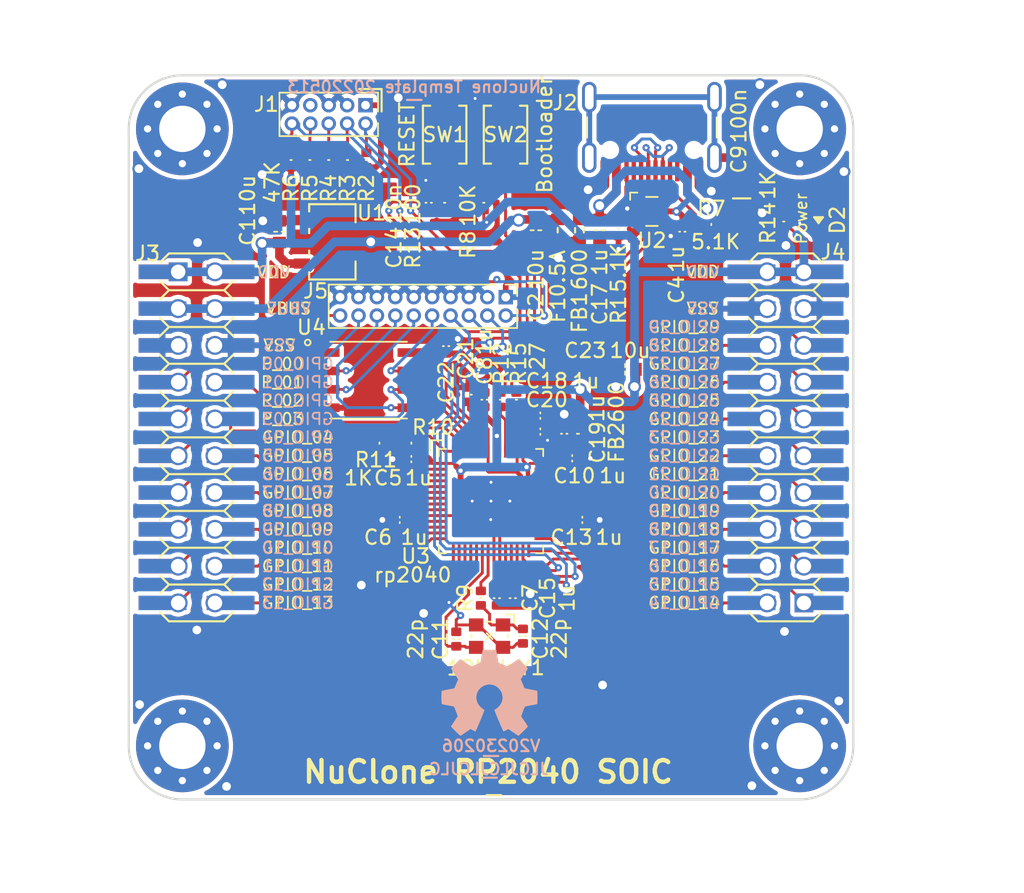
<source format=kicad_pcb>
(kicad_pcb (version 20211014) (generator pcbnew)
  (layers (0 "F.Cu" signal) (1 "In1.Cu" signal) (2 "In2.Cu" signal) (31 "B.Cu" signal) (34 "B.Paste" user) (35 "F.Paste" user) (36 "B.SilkS" user "B.Silkscreen") (37 "F.SilkS" user "F.Silkscreen") (38 "B.Mask" user) (39 "F.Mask" user) (44 "Edge.Cuts" user))
  (net 0 "")
  (net 1 "/VBUS")
  (net 2 "Net-(F1-Pad2)")
  (net 3 "/VDD")
  (net 4 "Net-(C9-Pad2)")
  (net 5 "/VSS")
  (net 7 "/GPIO_28")
  (net 8 "/GPIO_29")
  (net 9 "/TMS")
  (net 10 "/TCK")
  (net 11 "/TDO")
  (net 12 "/TDI")
  (net 13 "/RESET")
  (net 14 "Net-(R13-Pad2)")
  (net 15 "Net-(D2-Pad2)")
  (net 16 "Net-(J2-PadB5)")
  (net 19 "Net-(J2-PadA5)")
  (net 20 "/BOOTLOADER")
  (net 21 "/GPIO_20")
  (net 22 "/GPIO_23")
  (net 23 "/GPIO_27")
  (net 24 "/GPIO_16")
  (net 25 "/GPIO_21")
  (net 26 "/GPIO_19")
  (net 27 "/GPIO_17")
  (net 28 "/GPIO_18")
  (net 29 "/GPIO_15")
  (net 30 "/GPIO_14")
  (net 31 "/GPIO_22")
  (net 32 "/GPIO_24")
  (net 33 "/GPIO_25")
  (net 34 "/GPIO_26")
  (net 35 "/GPIO_13")
  (net 36 "/GPIO_12")
  (net 37 "/GPIO_11")
  (net 38 "/GPIO_10")
  (net 39 "/GPIO_09")
  (net 40 "/GPIO_08")
  (net 41 "/GPIO_07")
  (net 42 "/GPIO_06")
  (net 43 "/GPIO_05")
  (net 44 "/GPIO_04")
  (net 45 "/GPIO_03")
  (net 46 "/GPIO_02")
  (net 47 "/GPIO_01")
  (net 48 "/GPIO_00")
  (net 49 "/VUSB")
  (net 50 "/DP")
  (net 51 "/DN")
  (net 54 "Net-(C11-Pad2)")
  (net 55 "Net-(C12-Pad2)")
  (net 56 "/microcontroller/1.1V")
  (net 57 "/microcontroller/AVDD")
  (net 58 "Net-(R9-Pad2)")
  (net 59 "/microcontroller/QSPI_SD3")
  (net 60 "/microcontroller/QSPI_SCLK")
  (net 61 "/microcontroller/QSPI_SD0")
  (net 62 "/microcontroller/QSPI_SD2")
  (net 63 "/microcontroller/QSPI_SD1")
  (net 64 "/microcontroller/QSPI_SS")
  (net 65 "Net-(R12-Pad2)")
  (net 66 "Net-(R15-Pad2)")
  (footprint "MountingHole:MountingHole_3.2mm_M3_Pad_Via" (layer "F.Cu") (at 63.7 64.7)
    (fp_text reference "H1" hide)
    (fp_text value "MountingHole" hide)
  )
  (footprint "MountingHole:MountingHole_3.2mm_M3_Pad_Via" (layer "F.Cu") (at 106.3 64.7)
    (fp_text reference "H2" hide)
    (fp_text value "MountingHole" hide)
  )
  (footprint "MountingHole:MountingHole_3.2mm_M3_Pad_Via" (layer "F.Cu") (at 63.7 107.3)
    (fp_text reference "H4" hide)
    (fp_text value "MountingHole" hide)
  )
  (footprint "SquantorLabels:Label_Generic" (layer "F.Cu") (at 85.2 110.1)
    (fp_text reference "N4" hide)
    (fp_text value "NuClone RP2040 SOIC")
  )
  (footprint "MountingHole:MountingHole_3.2mm_M3_Pad_Via" (layer "F.Cu") (at 106.3 107.3)
    (fp_text reference "H3" hide)
    (fp_text value "MountingHole" hide)
  )
  (footprint "SquantorConnectorsNamed:nuclone_small_right_stacked" (layer "F.Cu") (at 105.32 86 90)
    (fp_text reference "J4")
    (fp_text value "nuclone_small_right")
  )
  (footprint "SquantorConnectorsNamed:nuclone_small_left_stacked" (layer "F.Cu") (at 64.68 86 -90)
    (fp_text reference "J3")
    (fp_text value "nuclone_small_left")
  )
  (footprint "SquantorRcl:R_0402_hand" (layer "F.Cu") (at 105.2 71.1 -90)
    (fp_text reference "R14")
    (fp_text value "1K")
  )
  (footprint "SquantorSwitches:TD-85XU" (layer "F.Cu") (at 86 65.1 -90)
    (fp_text reference "SW2")
    (fp_text value "Bootloader")
  )
  (footprint "SquantorRcl:R_0402_hand" (layer "F.Cu") (at 75.1 66.85 -90)
    (fp_text reference "R3")
    (fp_text value "47K" hide)
  )
  (footprint "SquantorRcl:C_0805" (layer "F.Cu") (at 102.3 69.5 90)
    (fp_text reference "C9")
    (fp_text value "100n")
  )
  (footprint "SquantorRcl:R_0402_hand" (layer "F.Cu") (at 81.8 69.8 90)
    (fp_text reference "R13")
    (fp_text value "100")
  )
  (footprint "SquantorRcl:R_0402_hand" (layer "F.Cu") (at 84.5 69.8 -90)
    (fp_text reference "R8")
    (fp_text value "10K")
  )
  (footprint "SquantorRcl:R_0402_hand" (layer "F.Cu") (at 100.2 71.3 180)
    (fp_text reference "R7")
    (fp_text value "5.1K")
  )
  (footprint "SquantorRcl:R_0402_hand" (layer "F.Cu") (at 76.4 66.85 -90)
    (fp_text reference "R2")
    (fp_text value "47K" hide)
  )
  (footprint "SquantorRcl:R_0402_hand" (layer "F.Cu") (at 73.8 66.85 -90)
    (fp_text reference "R4")
    (fp_text value "47K" hide)
  )
  (footprint "SquantorRcl:R_0402_hand" (layer "F.Cu") (at 72.5 66.85 -90)
    (fp_text reference "R5")
    (fp_text value "47K" hide)
  )
  (footprint "SquantorRcl:R_0402_hand" (layer "F.Cu") (at 93.8 71.6 90)
    (fp_text reference "R1")
    (fp_text value "5.1K")
  )
  (footprint "SquantorConnectors:Header-0127-2X05-H006" (layer "F.Cu") (at 73.8 63.7 180)
    (fp_text reference "J1")
    (fp_text value "JTAG_2X05")
  )
  (footprint "SquantorIC:SOT89-NXP" (layer "F.Cu") (at 73.7 72.5 -90)
    (fp_text reference "U1")
    (fp_text value "MCP1702-MB")
  )
  (footprint "SquantorRcl:C_0603" (layer "F.Cu") (at 92.5 71.7 90)
    (fp_text reference "C17")
    (fp_text value "1u")
  )
  (footprint "SquantorSwitches:TD-85XU" (layer "F.Cu") (at 81.8 65.1 -90)
    (fp_text reference "SW1")
    (fp_text value "RESET")
  )
  (footprint "SquantorDiodes:LED_0603_hand" (layer "F.Cu") (at 107.6 71 90)
    (fp_text reference "D2")
    (fp_text value "GREEN")
  )
  (footprint "SquantorRcl:F_0603_hand" (layer "F.Cu") (at 89.6 71.7 -90)
    (fp_text reference "F1")
    (fp_text value "0.5A")
  )
  (footprint "SquantorRcl:C_0603" (layer "F.Cu") (at 88.1 71.7 90)
    (fp_text reference "C2")
    (fp_text value "10u")
  )
  (footprint "SquantorRcl:C_0603" (layer "F.Cu") (at 70.4 71.8 90)
    (fp_text reference "C1")
    (fp_text value "10u")
  )
  (footprint "SquantorRcl:R_0402_hand" (layer "F.Cu") (at 71.2 66.85 -90)
    (fp_text reference "R6")
    (fp_text value "47K")
  )
  (footprint "SquantorRcl:C_0402" (layer "F.Cu") (at 80.7 69.8 -90)
    (fp_text reference "C14")
    (fp_text value "10n")
  )
  (footprint "SquantorRcl:L_0603" (layer "F.Cu") (at 91.1 71.7 90)
    (fp_text reference "FB1")
    (fp_text value "600")
  )
  (footprint "SquantorUsb:USB-C-HRO-31-M-12" (layer "F.Cu") (at 96.1 67.6 180)
    (fp_text reference "J2")
    (fp_text value "TYPE-C-31-M-12")
  )
  (footprint "SquantorRcl:C_0402" (layer "F.Cu") (at 98.2 71.8 -90)
    (fp_text reference "C4")
    (fp_text value "1u")
  )
  (footprint "SquantorIC:SOT363-ONsemi" (layer "F.Cu") (at 96.1 70.4)
    (fp_text reference "U2")
    (fp_text value "TPESD0504C6")
  )
  (footprint "SquantorRcl:C_0402" (layer "F.Cu") (at 82.6 99.925 -90)
    (fp_text reference "C11")
    (fp_text value "22p")
  )
  (footprint "SquantorRcl:C_0402" (layer "F.Cu") (at 83.45 83.05 -90)
    (fp_text reference "C21")
    (fp_text value "1u")
  )
  (footprint "SquantorRcl:C_0402" (layer "F.Cu") (at 88.4 84.5 180)
    (fp_text reference "C18")
    (fp_text value "1u")
  )
  (footprint "SquantorRcl:C_0402" (layer "F.Cu") (at 88.4 85.6 180)
    (fp_text reference "C20")
    (fp_text value "1u")
  )
  (footprint "SquantorRcl:R_0402_hand" (layer "F.Cu") (at 86.75 83.4 -90)
    (fp_text reference "R15")
    (fp_text value "27")
  )
  (footprint "SquantorRcl:C_0402" (layer "F.Cu") (at 81.9 79.7 -90)
    (fp_text reference "C22")
    (fp_text value "1u")
  )
  (footprint "SquantorRcl:C_0402" (layer "F.Cu") (at 86.5 97.1 90)
    (fp_text reference "C15")
    (fp_text value "1u")
  )
  (footprint "SquantorIC:QFN56_7by7mm_RaspberryPi" (layer "F.Cu") (at 85 90.4)
    (fp_text reference "U3")
    (fp_text value "rp2040")
  )
  (footprint "SquantorRcl:C_0402" (layer "F.Cu") (at 85.4 97.1 90)
    (fp_text reference "C7")
    (fp_text value "1u")
  )
  (footprint "SquantorRcl:C_0402" (layer "F.Cu") (at 84.55 83.4 -90)
    (fp_text reference "C8")
    (fp_text value "1u")
  )
  (footprint "SquantorRcl:R_0402_hand" (layer "F.Cu") (at 77.3 86.4)
    (fp_text reference "R11")
    (fp_text value "1K")
  )
  (footprint "SquantorRcl:R_0402_hand" (layer "F.Cu") (at 84.3 97.1 90)
    (fp_text reference "R9")
    (fp_text value "TBD")
  )
  (footprint "SquantorRcl:C_0402" (layer "F.Cu") (at 79.5 87.5)
    (fp_text reference "C5")
    (fp_text value "1u")
  )
  (footprint "SquantorRcl:C_0402" (layer "F.Cu") (at 90.6 87.45 180)
    (fp_text reference "C10")
    (fp_text value "1u")
  )
  (footprint "SquantorRcl:R_0402_hand" (layer "F.Cu") (at 79.5 86.4 180)
    (fp_text reference "R10")
    (fp_text value "DNF")
  )
  (footprint "SquantorConnectors:Header-0127-2X10-H006" (layer "F.Cu") (at 80.3 76.95 180)
    (fp_text reference "J5")
    (fp_text value "Conn_02x06_Odd_Even")
  )
  (footprint "SquantorRcl:C_0402" (layer "F.Cu") (at 90.05 85.75 -90)
    (fp_text reference "C19")
    (fp_text value "1u")
  )
  (footprint "SquantorRcl:C_0603" (layer "F.Cu") (at 94.25 81.3)
    (fp_text reference "C23")
    (fp_text value "10u")
  )
  (footprint "SquantorIC:SOIC-8_dual_wide" (layer "F.Cu") (at 76.55 82.05)
    (fp_text reference "U4")
    (fp_text value "generic QSPI flash")
  )
  (footprint "SquantorRcl:C_0402" (layer "F.Cu") (at 91.3 91.7 180)
    (fp_text reference "C13")
    (fp_text value "1u")
  )
  (footprint "SquantorRcl:C_0402" (layer "F.Cu") (at 87.2 99.725 90)
    (fp_text reference "C12")
    (fp_text value "22p")
  )
  (footprint "SquantorRcl:R_0402_hand" (layer "F.Cu") (at 85.65 83.4 -90)
    (fp_text reference "R12")
    (fp_text value "27")
  )
  (footprint "SquantorRcl:C_0402" (layer "F.Cu") (at 78.7 91.7)
    (fp_text reference "C6")
    (fp_text value "1u")
  )
  (footprint "SquantorCrystal:Crystal_2520_4" (layer "F.Cu") (at 84.9 99.725 180)
    (fp_text reference "Y1")
    (fp_text value "12MHz")
  )
  (footprint "SquantorRcl:L_0402" (layer "F.Cu") (at 91.15 85.75 -90)
    (fp_text reference "FB2")
    (fp_text value "600")
  )
  (footprint "Symbol:OSHW-Symbol_6.7x6mm_SilkScreen" (layer "B.Cu") (at 84.9 103.65 180)
    (fp_text reference "N1" hide)
    (fp_text value "OHWLOGO" hide)
  )
  (footprint "SquantorLabels:Label_Generic" (layer "B.Cu") (at 84.9 108.9 180)
    (fp_text reference "N3" hide)
    (fp_text value "JLCJLCJLCJLC")
  )
  (footprint "SquantorLabels:Label_Generic" (layer "B.Cu") (at 85 107.4 180)
    (fp_text reference "N2" hide)
    (fp_text value "V20230206")
  )
  (footprint "SquantorLabels:Label_Generic" (layer "B.Cu") (at 79.7 62.1 180)
    (fp_text reference "N5" hide)
    (fp_text value "Nuclone Template 20220513")
  )
  (gr_line (start 77.45 61.95) (end 75.9 61.95) (layer "F.SilkS") (width 0.15))
  (gr_line (start 77.45 61.95) (end 77.45 63.5) (layer "F.SilkS") (width 0.15))
  (gr_arc (start 110 107.3) (mid 108.916295 109.916295) (end 106.3 111) (layer "Edge.Cuts") (width 0.15))
  (gr_arc (start 63.7 111) (mid 61.083705 109.916295) (end 60 107.3) (layer "Edge.Cuts") (width 0.15))
  (gr_line (start 60 64.7) (end 60 107.3) (layer "Edge.Cuts") (width 0.15))
  (gr_line (start 106.3 61) (end 63.7 61) (layer "Edge.Cuts") (width 0.15))
  (gr_line (start 110 107.3) (end 110 64.7) (layer "Edge.Cuts") (width 0.15))
  (gr_arc (start 106.3 61) (mid 108.916295 62.083705) (end 110 64.7) (layer "Edge.Cuts") (width 0.15))
  (gr_arc (start 60 64.7) (mid 61.083705 62.083705) (end 63.7 61) (layer "Edge.Cuts") (width 0.15))
  (gr_line (start 63.7 111) (end 106.3 111) (layer "Edge.Cuts") (width 0.15))
  (gr_text "Power" (at 106.4 70.9 90) (layer "F.SilkS") (effects (font (size 0.8 0.8) (thickness 0.12))))
  (segment (start 86.95 70.95) (end 86.9 71) (width 0.6) (layer "F.Cu") (net 1))
  (segment (start 89.6 70.95) (end 88.1 70.95) (width 0.6) (layer "F.Cu") (net 1))
  (segment (start 88.1 70.95) (end 86.95 70.95) (width 0.6) (layer "F.Cu") (net 1))
  (segment (start 76.7 72.5) (end 74.3 72.5) (width 0.6) (layer "F.Cu") (net 1))
  (via (at 76.7 72.5) (size 0.9) (drill 0.6) (layers "F.Cu" "B.Cu") (net 1))
  (via (at 86.9 71) (size 0.9) (drill 0.6) (layers "F.Cu" "B.Cu") (net 1))
  (segment (start 74.2 72.5) (end 76.7 72.5) (width 0.6) (layer "B.Cu") (net 1))
  (segment (start 84.9 72.5) (end 76.7 72.5) (width 0.6) (layer "B.Cu") (net 1))
  (segment (start 65.95 77.11) (end 69.59 77.11) (width 0.6) (layer "B.Cu") (net 1))
  (segment (start 69.59 77.11) (end 74.2 72.5) (width 0.6) (layer "B.Cu") (net 1))
  (segment (start 86.4 71) (end 84.9 72.5) (width 0.6) (layer "B.Cu") (net 1))
  (segment (start 86.9 71) (end 86.4 71) (width 0.6) (layer "B.Cu") (net 1))
  (segment (start 63.41 77.11) (end 65.95 77.11) (width 0.6) (layer "B.Cu") (net 1))
  (segment (start 91.1 72.45) (end 89.6 72.45) (width 0.6) (layer "F.Cu") (net 2))
  (segment (start 83.000002 80.2) (end 81.9 80.2) (width 0.4) (layer "F.Cu") (net 3))
  (segment (start 77.05 67.35) (end 76.4 67.35) (width 0.4) (layer "F.Cu") (net 3))
  (segment (start 77.165 63.065) (end 77.4 63.3) (width 0.4) (layer "F.Cu") (net 3))
  (segment (start 85.4 95.6) (end 85.4 96.6) (width 0.2) (layer "F.Cu") (net 3))
  (segment (start 69.25 72.55) (end 69.2 72.6) (width 0.6) (layer "F.Cu") (net 3))
  (segment (start 80.9 87.8) (end 80.7 87.6) (width 0.2) (layer "F.Cu") (net 3))
  (segment (start 82.9 88.3) (end 82.6 88) (width 0.4) (layer "F.Cu") (net 3))
  (segment (start 80.1 91.4) (end 81.5625 91.4) (width 0.2) (layer "F.Cu") (net 3))
  (segment (start 77.4 67) (end 77.05 67.35) (width 0.4) (layer "F.Cu") (net 3))
  (segment (start 87.2 87.6) (end 87.449501 87.849501) (width 0.2) (layer "F.Cu") (net 3))
  (segment (start 70.4 73.5) (end 70.4 72.55) (width 0.6) (layer "F.Cu") (net 3))
  (segment (start 106.1 72) (end 105.7 71.6) (width 0.2) (layer "F.Cu") (net 3))
  (segment (start 87.449501 88.049501) (end 87.55 88.15) (width 0.3) (layer "F.Cu") (net 3))
  (segment (start 85.2 92.6) (end 85.1 92.5) (width 0.2) (layer "F.Cu") (net 3))
  (segment (start 95 82.4) (end 94.9 82.5) (width 0.6) (layer "F.Cu") (net 3))
  (segment (start 81.245 80.145) (end 81.3 80.2) (width 0.4) (layer "F.Cu") (net 3))
  (segment (start 84.150001 81.349999) (end 83.000002 80.2) (width 0.4) (layer "F.Cu") (net 3))
  (segment (start 85.2 93.8375) (end 85.2 95.4) (width 0.2) (layer "F.Cu") (net 3))
  (segment (start 87.699002 87.8) (end 87.449501 88.049501) (width 0.2) (layer "F.Cu") (net 3))
  (segment (start 87.2 85.751498) (end 87.2 86.9625) (width 0.2) (layer "F.Cu") (net 3))
  (segment (start 85.2 86.9625) (end 85.2 86.1) (width 0.2) (layer "F.Cu") (net 3))
  (segment (start 87.9 85.6) (end 87.351498 85.6) (width 0.2) (layer "F.Cu") (net 3))
  (segment (start 82.4 87.8) (end 82.6 88) (width 0.2) (layer "F.Cu") (net 3))
  (segment (start 77.4 63.3) (end 77.4 67) (width 0.4) (layer "F.Cu") (net 3))
  (segment (start 85.2 93.8375) (end 85.2 92.6) (width 0.2) (layer "F.Cu") (net 3))
  (segment (start 81.5625 87.8) (end 80.9 87.8) (width 0.2) (layer "F.Cu") (net 3))
  (segment (start 84.5 70.95) (end 84.7 71.15) (width 0.2) (layer "F.Cu") (net 3))
  (segment (start 85.2 95.4) (end 85.4 95.6) (width 0.2) (layer "F.Cu") (net 3))
  (segment (start 89.9 91.4) (end 90.2 91.7) (width 0.2) (layer "F.Cu") (net 3))
  (segment (start 70.4 72.55) (end 69.25 72.55) (width 0.6) (layer "F.Cu") (net 3))
  (segment (start 80 86.4) (end 80 87.5) (width 0.2) (layer "F.Cu") (net 3))
  (segment (start 80.6 87.5) (end 80.7 87.6) (width 0.6) (layer "F.Cu") (net 3))
  (segment (start 79.8 80.145) (end 81.245 80.145) (width 0.4) (layer "F.Cu") (net 3))
  (segment (start 82.9 92.2) (end 82.9 91.7) (width 0.4) (layer "F.Cu") (net 3))
  (segment (start 87.55 88.15) (end 87.55 91.4) (width 0.3) (layer "F.Cu") (net 3))
  (segment (start 89.2 87.8) (end 88.4375 87.8) (width 0.2) (layer "F.Cu") (net 3))
  (segment (start 88.4375 87.8) (end 87.699002 87.8) (width 0.2) (layer "F.Cu") (net 3))
  (segment (start 81.5625 87.8) (end 82.4 87.8) (width 0.2) (layer "F.Cu") (net 3))
  (segment (start 71.2 67.35) (end 71.2 68.1) (width 0.4) (layer "F.Cu") (net 3))
  (segment (start 105.7 71.6) (end 105.2 71.6) (width 0.2) (layer "F.Cu") (net 3))
  (segment (start 88.4375 91.4) (end 87.55 91.4) (width 0.2) (layer "F.Cu") (net 3))
  (segment (start 70.9 74) (end 70.4 73.5) (width 0.6) (layer "F.Cu") (net 3))
  (segment (start 91.15 85.25) (end 91.15 82.7) (width 0.6) (layer "F.Cu") (net 3))
  (segment (start 85.6 86.1) (end 85.4 85.9) (width 0.2) (layer "F.Cu") (net 3))
  (segment (start 79.2 91.7) (end 79.8 91.7) (width 0.2) (layer "F.Cu") (net 3))
  (segment (start 85.4 85.9) (end 85.4 85.3) (width 0.4) (layer "F.Cu") (net 3))
  (segment (start 85.1 92.5) (end 83.9 92.5) (width 0.4) (layer "F.Cu") (net 3))
  (segment (start 81.3 80.2) (end 81.9 80.2) (width 0.4) (layer "F.Cu") (net 3))
  (segment (start 84.5 70.3) (end 84.5 70.95) (width 0.2) (layer "F.Cu") (net 3))
  (segment (start 71.95 74) (end 70.9 74) (width 0.6) (layer "F.Cu") (net 3))
  (segment (start 76.4 67.35) (end 71.2 67.35) (width 0.4) (layer "F.Cu") (net 3))
  (segment (start 90.1 87.45) (end 89.55 87.45) (width 0.2) (layer "F.Cu") (net 3))
  (segment (start 88.4375 91.4) (end 89.9 91.4) (width 0.2) (layer "F.Cu") (net 3))
  (segment (start 79.8 91.7) (end 80.1 91.4) (width 0.2) (layer "F.Cu") (net 3))
  (segment (start 76.34 63.065) (end 77.165 63.065) (width 0.4) (layer "F.Cu") (net 3))
  (segment (start 85.4 85.3) (end 84.55 84.45) (width 0.4) (layer "F.Cu") (net 3))
  (segment (start 87.351498 85.6) (end 87.2 85.751498) (width 0.2) (layer "F.Cu") (net 3))
  (segment (start 82.9 91.7) (end 82.9 91.4) (width 0.4) (layer "F.Cu") (net 3))
  (segment (start 80 87.5) (end 80.6 87.5) (width 0.6) (layer "F.Cu") (net 3))
  (segment (start 81.5625 91.4) (end 82.9 91.4) (width 0.2) (layer "F.Cu") (net 3))
  (segment (start 83.9 92.5) (end 83.2 92.5) (width 0.4) (layer "F.Cu") (net 3))
  (segment (start 85.6 86.9625) (end 85.6 86.1) (width 0.2) (layer "F.Cu") (net 3))
  (segment (start 87.449501 87.849501) (end 87.449501 88.049501) (width 0.2) (layer "F.Cu") (net 3))
  (segment (start 85.2 86.1) (end 85.4 85.9) (width 0.2) (layer "F.Cu") (net 3))
  (segment (start 87.2 86.9625) (end 87.2 87.6) (width 0.2) (layer "F.Cu") (net 3))
  (segment (start 90.2 91.7) (end 90.8 91.7) (width 0.2) (layer "F.Cu") (net 3))
  (segment (start 83.2 92.5) (end 83 92.3) (width 0.4) (layer "F.Cu") (net 3))
  (segment (start 95 81.3) (end 95 82.4) (width 0.6) (layer "F.Cu") (net 3))
  (segment (start 82.9 91.4) (end 82.9 88.3) (width 0.4) (layer "F.Cu") (net 3))
  (segment (start 89.55 87.45) (end 89.2 87.8) (width 0.2) (layer "F.Cu") (net 3))
  (segment (start 83 92.3) (end 82.9 92.2) (width 0.4) (layer "F.Cu") (net 3))
  (segment (start 84.55 84.45) (end 84.55 83.9) (width 0.4) (layer "F.Cu") (net 3))
  (via (at 84.7 71.15) (size 0.5) (drill 0.2) (layers "F.Cu" "B.Cu") (net 3))
  (via (at 84.150001 81.349999) (size 0.5) (drill 0.2) (layers "F.Cu" "B.Cu") (net 3))
  (via (at 91.15 82.7) (size 0.9) (drill 0.6) (layers "F.Cu" "B.Cu") (net 3))
  (via (at 85.4 85.9) (size 0.6) (drill 0.3) (layers "F.Cu" "B.Cu") (net 3))
  (via (at 82.9 88.3) (size 0.6) (drill 0.3) (layers "F.Cu" "B.Cu") (net 3))
  (via (at 106.1 72) (size 0.5) (drill 0.2) (layers "F.Cu" "B.Cu") (net 3))
  (via (at 69.2 72.6) (size 0.9) (drill 0.6) (layers "F.Cu" "B.Cu") (net 3))
  (via (at 94.9 82.5) (size 0.9) (drill 0.6) (layers "F.Cu" "B.Cu") (net 3))
  (via (at 71.2 68.1) (size 0.5) (drill 0.2) (layers "F.Cu" "B.Cu") (net 3))
  (via (at 87.449501 88.049501) (size 0.6) (drill 0.3) (layers "F.Cu" "B.Cu") (net 3))
  (segment (start 88.9 69.75) (end 91.2 72.05) (width 0.6) (layer "B.Cu") (net 3))
  (segment (start 84.45 71.4) (end 86.1 69.75) (width 0.6) (layer "B.Cu") (net 3))
  (segment (start 85.4 88.05) (end 83.15 88.05) (width 0.6) (layer "B.Cu") (net 3))
  (segment (start 92 83.55) (end 91.15 82.7) (width 0.6) (layer "B.Cu") (net 3))
  (segment (start 69.08 74.57) (end 69.2 74.45) (width 0.6) (layer "B.Cu") (net 3))
  (segment (start 106.59 72.49) (end 106.1 72) (width 0.6) (layer "B.Cu") (net 3))
  (segment (start 86.1 69.75) (end 88.9 69.75) (width 0.6) (layer "B.Cu") (net 3))
  (segment (start 71.2 72.6) (end 72.55 72.6) (width 0.6) (layer "B.Cu") (net 3))
  (segment (start 87.449002 88.05) (end 87.449501 88.049501) (width 0.6) (layer "B.Cu") (net 3))
  (segment (start 94.9 82.5) (end 94.9 83.4) (width 0.6) (layer "B.Cu") (net 3))
  (segment (start 85.4 81.7) (end 85.05 81.35) (width 0.6) (layer "B.Cu") (net 3))
  (segment (start 85.4 85.9) (end 85.4 88.05) (width 0.6) (layer "B.Cu") (net 3))
  (segment (start 106.59 74.57) (end 104.05 74.57) (width 0.6) (layer "B.Cu") (net 3))
  (segment (start 85.4 83.55) (end 85.4 85.9) (width 0.6) (layer "B.Cu") (net 3))
  (segment (start 71.2 68.1) (end 71.2 72.6) (width 0.6) (layer "B.Cu") (net 3))
  (segment (start 94.75 83.55) (end 92 83.55) (width 0.6) (layer "B.Cu") (net 3))
  (segment (start 73.75 71.4) (end 84.45 71.4) (width 0.6) (layer "B.Cu") (net 3))
  (segment (start 72.55 72.6) (end 73.75 71.4) (width 0.6) (layer "B.Cu") (net 3))
  (segment (start 94.93 74.57) (end 97.92 74.57) (width 0.6) (layer "B.Cu") (net 3))
  (segment (start 69.2 72.6) (end 71.2 72.6) (width 0.6) (layer "B.Cu") (net 3))
  (segment (start 83.15 88.05) (end 82.9 88.3) (width 0.6) (layer "B.Cu") (net 3))
  (segment (start 94.5 72.05) (end 94.9 72.45) (width 0.6) (layer "B.Cu") (net 3))
  (segment (start 69.2 74.45) (end 69.2 72.6) (width 0.6) (layer "B.Cu") (net 3))
  (segment (start 85.05 81.35) (end 84.150001 81.349999) (width 0.6) (layer "B.Cu") (net 3))
  (segment (start 91.2 72.05) (end 94.5 72.05) (width 0.6) (layer "B.Cu") (net 3))
  (segment (start 85.4 83.55) (end 85.4 81.7) (width 0.6) (layer "B.Cu") (net 3))
  (segment (start 97.92 74.57) (end 102.97 74.57) (width 0.6) (layer "B.Cu") (net 3))
  (segment (start 67.03 74.57) (end 69.08 74.57) (width 0.6) (layer "B.Cu") (net 3))
  (segment (start 106.59 74.57) (end 106.59 72.49) (width 0.6) (layer "B.Cu") (net 3))
  (segment (start 63.41 74.57) (end 65.95 74.57) (width 0.6) (layer "B.Cu") (net 3))
  (segment (start 94.9 82.5) (end 94.9 74.6) (width 0.6) (layer "B.Cu") (net 3))
  (segment (start 94.9 83.4) (end 94.75 83.55) (width 0.6) (layer "B.Cu") (net 3))
  (segment (start 85.4 88.05) (end 87.449002 88.05) (width 0.6) (layer "B.Cu") (net 3))
  (segment (start 94.9 74.6) (end 94.93 74.57) (width 0.6) (layer "B.Cu") (net 3))
  (segment (start 94.9 72.45) (end 94.9 74.65) (width 0.6) (layer "B.Cu") (net 3))
  (segment (start 85.4 82.7) (end 91.15 82.7) (width 0.6) (layer "B.Cu") (net 3))
  (segment (start 100.42 66.685) (end 101.985 66.685) (width 0.6) (layer "F.Cu") (net 4))
  (segment (start 102.3 67) (end 102.3 68.5) (width 0.6) (layer "F.Cu") (net 4))
  (segment (start 101.985 66.685) (end 102.3 67) (width 0.6) (layer "F.Cu") (net 4))
  (segment (start 100.42 62.505) (end 100.42 66.685) (width 0.4) (layer "B.Cu") (net 4))
  (segment (start 91.78 62.505) (end 100.42 62.505) (width 0.4) (layer "B.Cu") (net 4))
  (segment (start 91.78 66.685) (end 91.78 62.505) (width 0.4) (layer "B.Cu") (net 4))
  (segment (start 71.1 71) (end 71.05 71.05) (width 0.6) (layer "F.Cu") (net 5))
  (segment (start 71.05 71.05) (end 70.4 71.05) (width 0.6) (layer "F.Cu") (net 5))
  (segment (start 71.95 71) (end 71.1 71) (width 0.6) (layer "F.Cu") (net 5))
  (segment (start 100.2 69) (end 99.7 69) (width 0.6) (layer "F.Cu") (net 5))
  (segment (start 99.7 69) (end 99.35 68.65) (width 0.6) (layer "F.Cu") (net 5))
  (segment (start 99.35 68.65) (end 99.35 67.6) (width 0.6) (layer "F.Cu") (net 5))
  (segment (start 86 62.6) (end 83.9 62.6) (width 0.4) (layer "F.Cu") (net 5))
  (segment (start 81.8 62.6) (end 83.9 62.6) (width 0.4) (layer "F.Cu") (net 5))
  (segment (start 92.5 73.1) (end 92.5 72.45) (width 0.4) (layer "F.Cu") (net 5))
  (segment (start 83.45 82.5) (end 83.45 81.75) (width 0.4) (layer "F.Cu") (net 5))
  (segment (start 102.3 70.5) (end 103.7 70.5) (width 0.6) (layer "F.Cu") (net 5))
  (segment (start 88.3 73.4) (end 88.5 73.6) (width 0.6) (layer "F.Cu") (net 5))
  (segment (start 98.2 72.3) (end 97.6 72.3) (width 0.4) (layer "F.Cu") (net 5))
  (segment (start 93.5 82.4) (end 93.6 82.5) (width 0.6) (layer "F.Cu") (net 5))
  (segment (start 84.55 82.85) (end 84.55 82.15) (width 0.4) (layer "F.Cu") (net 5))
  (segment (start 97.6 72.3) (end 97.4 72.1) (width 0.4) (layer "F.Cu") (net 5))
  (segment (start 85.4 97.6) (end 87.25 97.6) (width 0.6) (layer "F.Cu") (net 5))
  (segment (start 82.6 98.6) (end 82.9 98.3) (width 0.2) (layer "F.Cu") (net 5))
  (segment (start 94.6 70.4) (end 95.18 70.4) (width 0.4) (layer "F.Cu") (net 5))
  (segment (start 93.8 72.1) (end 93.8 73) (width 0.2) (layer "F.Cu") (net 5))
  (segment (start 102.3 71.2) (end 102.3 70.5) (width 0.2) (layer "F.Cu") (net 5))
  (segment (start 91.8 91.7) (end 92.5 91.7) (width 0.6) (layer "F.Cu") (net 5))
  (segment (start 86.525 100.5) (end 86.8 100.225) (width 0.2) (layer "F.Cu") (net 5))
  (segment (start 78.2 87.5) (end 79 87.5) (width 0.6) (layer "F.Cu") (net 5))
  (segment (start 92.7 73.3) (end 92.5 73.1) (width 0.4) (layer "F.Cu") (net 5))
  (segment (start 76.55 79.4) (end 77.1 78.85) (width 0.4) (layer "F.Cu") (net 5))
  (segment (start 80.9 78.85) (end 81.25 79.2) (width 0.4) (layer "F.Cu") (net 5))
  (segment (start 69.25 71.05) (end 70.4 71.05) (width 0.6) (layer "F.Cu") (net 5))
  (segment (start 94.4 70.2) (end 94.6 70.4) (width 0.4) (layer "F.Cu") (net 5))
  (segment (start 92.55 68.9) (end 92.85 68.6) (width 0.6) (layer "F.Cu") (net 5))
  (segment (start 85.825 100.5) (end 86.525 100.5) (width 0.2) (layer "F.Cu") (net 5))
  (segment (start 84 93.8375) (end 84 95.192929) (width 0.2) (layer "F.Cu") (net 5))
  (segment (start 88.1 72.45) (end 88.1 73.2) (width 0.6) (layer "F.Cu") (net 5))
  (segment (start 76.145 83.955) (end 76.55 83.55) (width 0.4) (layer "F.Cu") (net 5))
  (segment (start 93.8 73) (end 93.5 73.3) (width 0.4) (layer "F.Cu") (net 5))
  (segment (start 87.7 97.15) (end 87.7 96.8) (width 0.6) (layer "F.Cu") (net 5))
  (segment (start 83.975 98.95) (end 82.6 98.95) (width 0.2) (layer "F.Cu") (net 5))
  (segment (start 91.1 87.45) (end 91.85 87.45) (width 0.6) (layer "F.Cu") (net 5))
  (segment (start 80.7 68.45) (end 80.5 68.25) (width 0.2) (layer "F.Cu") (net 5))
  (segment (start 93.5 81.3) (end 93.5 82.4) (width 0.6) (layer "F.Cu") (net 5))
  (segment (start 84.125 98.95) (end 85.675 100.5) (width 0.2) (layer "F.Cu") (net 5))
  (segment (start 88.9 84.5) (end 88.899999 86.199997) (width 0.6) (layer "F.Cu") (net 5))
  (segment (start 106.95 71.85) (end 106.3 71.2) (width 0.2) (layer "F.Cu") (net 5))
  (segment (start 84 95.192929) (end 82.1 97.092929) (width 0.2) (layer "F.Cu") (net 5))
  (segment (start 78.2 91.7) (end 77.5 91.7) (width 0.6) (layer "F.Cu") (net 5))
  (segment (start 85.675 100.5) (end 85.825 100.5) (width 0.2) (layer "F.Cu") (net 5))
  (segment (start 92.85 68.6) (end 92.85 67.6) (width 0.6) (layer "F.Cu") (net 5))
  (segment (start 83.975 98.95) (end 84.125 98.95) (width 0.2) (layer "F.Cu") (net 5))
  (segment (start 91.7 68.9) (end 92.55 68.9) (width 0.6) (layer "F.Cu") (net 5))
  (segment (start 82.6 98.95) (end 82.6 99.425) (width 0.2) (layer "F.Cu") (net 5))
  (segment (start 87.25 97.6) (end 87.7 97.15) (width 0.6) (layer "F.Cu") (net 5))
  (segment (start 77.1 78.85) (end 80.9 78.85) (width 0.4) (layer "F.Cu") (net 5))
  (segment (start 100.7 71.3) (end 102.2 71.3) (width 0.2) (layer "F.Cu") (net 5))
  (segment (start 81.25 79.2) (end 82.7 79.2) (width 0.4) (layer "F.Cu") (net 5))
  (segment (start 82.6 98.95) (end 82.6 98.6) (width 0.2) (layer "F.Cu") (net 5))
  (segment (start 93.5 73.3) (end 92.7 73.3) (width 0.4) (layer "F.Cu") (net 5))
  (segment (start 82.1 97.092929) (end 82.1 97.4) (width 0.2) (layer "F.Cu") (net 5))
  (segment (start 80.7 69.3) (end 80.7 68.45) (width 0.2) (layer "F.Cu") (net 5))
  (segment (start 90.05 85.25) (end 90.05 84.4) (width 0.6) (layer "F.Cu") (net 5))
  (segment (start 102.2 71.3) (end 102.3 71.2) (width 0.2) (layer "F.Cu") (net 5))
  (segment (start 107.6 71.85) (end 106.95 71.85) (width 0.2) (layer "F.Cu") (net 5))
  (segment (start 76.55 83.55) (end 76.55 79.4) (width 0.4) (layer "F.Cu") (net 5))
  (segment (start 73.3 83.955) (end 76.145 83.955) (width 0.4) (layer "F.Cu") (net 5))
  (segment (start 86.8 100.225) (end 87.2 100.225) (width 0.2) (layer "F.Cu") (net 5))
  (segment (start 88.1 73.2) (end 88.3 73.4) (width 0.6) (layer "F.Cu") (net 5))
  (segment (start 88.5 73.6) (end 89.65 73.6) (width 0.6) (layer "F.Cu") (net 5))
  (via (at 100.2 69) (size 0.9) (drill 0.6) (layers "F.Cu" "B.Cu") (net 5))
  (via (at 80.5 68.25) (size 0.5) (drill 0.2) (layers "F.Cu" "B.Cu") (net 5))
  (via (at 91.7 68.9) (size 0.9) (drill 0.6) (layers "F.Cu" "B.Cu") (net 5))
  (via (at 83.9 62.6) (size 0.5) (drill 0.2) (layers "F.Cu" "B.Cu") (net 5))
  (via (at 91.85 87.45) (size 0.6) (drill 0.3) (layers "F.Cu" "B.Cu") (net 5))
  (via (at 82.7 79.2) (size 0.7) (drill 0.4) (layers "F.Cu" "B.Cu") (net 5))
  (via (at 83.45 81.75) (size 0.5) (drill 0.2) (layers "F.Cu" "B.Cu") (net 5))
  (via (at 106.3 71.2) (size 0.5) (drill 0.2) (layers "F.Cu" "B.Cu") (net 5))
  (via (at 93.6 82.5) (size 0.9) (drill 0.6) (layers "F.Cu" "B.Cu") (net 5))
  (via (at 89.65 73.6) (size 0.9) (drill 0.6) (layers "F.Cu" "B.Cu") (net 5))
  (via (at 84.55 82.15) (size 0.5) (drill 0.2) (layers "F.Cu" "B.Cu") (net 5))
  (via (at 92.5 91.7) (size 0.7) (drill 0.4) (layers "F.Cu" "B.Cu") (net 5))
  (via (at 66.45 61.65) (size 0.9) (drill 0.6) (layers "F.Cu" "B.Cu") (net 5))
  (via (at 77.5 91.7) (size 0.7) (drill 0.4) (layers "F.Cu" "B.Cu") (net 5))
  (via (at 76.05 96.2) (size 0.9) (drill 0.6) (layers "F.Cu" "B.Cu") (net 5))
  (via (at 94.4 70.2) (size 0.6) (drill 0.3) (layers "F.Cu" "B.Cu") (net 5))
  (via (at 105.35 72.75) (size 0.9) (drill 0.6) (layers "F.Cu" "B.Cu") (net 5))
  (via (at 103 110.05) (size 0.9) (drill 0.6) (layers "F.Cu" "B.Cu") (net 5))
  (via (at 103.7 70.5) (size 0.9) (drill 0.6) (layers "F.Cu" "B.Cu") (net 5))
  (via (at 109.35 67.65) (size 0.9) (drill 0.6) (layers "F.Cu" "B.Cu") (net 5))
  (via (at 85 90.4) (size 0.5) (drill 0.2) (layers "F.Cu" "B.Cu") (net 5))
  (via (at 88.899999 86.199997) (size 0.5) (drill 0.2) (layers "F.Cu" "B.Cu") (net 5))
  (via (at 105.25 99.4) (size 0.9) (drill 0.6) (layers "F.Cu" "B.Cu") (net 5))
  (via (at 64.75 72.55) (size 0.9) (drill 0.6) (layers "F.Cu" "B.Cu") (net 5))
  (via (at 66.75 110.1) (size 0.9) (drill 0.6) (layers "F.Cu" "B.Cu") (net 5))
  (via (at 103.55 61.65) (size 0.9) (drill 0.6) (layers "F.Cu" "B.Cu") (net 5))
  (via (at 78.6 62.55) (size 0.9) (drill 0.6) (layers "F.Cu" "B.Cu") (net 5))
  (via (at 82.9 98.3) (size 0.5) (drill 0.2) (layers "F.Cu" "B.Cu") (net 5))
  (via (at 83.7 90.4) (size 0.5) (drill 0.2) (layers "F.Cu" "B.Cu") (net 5))
  (via (at 80.35 98.15) (size 0.9) (drill 0.6) (layers "F.Cu" "B.Cu") (net 5))
  (via (at 85 89.1) (size 0.5) (drill 0.2) (layers "F.Cu" "B.Cu") (net 5))
  (via (at 60.7 67.45) (size 0.9) (drill 0.6) (layers "F.Cu" "B.Cu") (net 5))
  (via (at 64.7 99.3) (size 0.9) (drill 0.6) (layers "F.Cu" "B.Cu") (net 5))
  (via (at 69.25 71.05) (size 0.9) (drill 0.6) (layers "F.Cu" "B.Cu") (net 5))
  (via (at 86.3 90.4) (size 0.5) (drill 0.2) (layers "F.Cu" "B.Cu") (net 5))
  (via (at 82.1 97.4) (size 0.5) (drill 0.2) (layers "F.Cu" "B.Cu") (net 5))
  (via (at 60.75 104.45) (size 0.9) (drill 0.6) (layers "F.Cu" "B.Cu") (net 5))
  (via (at 93.8 73) (size 0.6) (drill 0.3) (layers "F.Cu" "B.Cu") (net 5))
  (via (at 97.4 72.1) (size 0.6) (drill 0.3) (layers "F.Cu" "B.Cu") (net 5))
  (via (at 78.2 87.5) (size 0.7) (drill 0.4) (layers "F.Cu" "B.Cu") (net 5))
  (via (at 69.2 67.85) (size 0.9) (drill 0.6) (layers "F.Cu" "B.Cu") (net 5))
  (via (at 87.7 96.8) (size 0.9) (drill 0.6) (layers "F.Cu" "B.Cu") (net 5))
  (via (at 84.97914 91.67914) (size 0.5) (drill 0.2) (layers "F.Cu" "B.Cu") (net 5))
  (via (at 90.05 84.4) (size 0.9) (drill 0.6) (layers "F.Cu" "B.Cu") (net 5))
  (via (at 92.7 103.1) (size 0.9) (drill 0.6) (layers "F.Cu" "B.Cu") (net 5))
  (via (at 109 104.2) (size 0.9) (drill 0.6) (layers "F.Cu" "B.Cu") (net 5))
  (segment (start 82.9 98.3) (end 82.1 97.5) (width 0.2) (layer "B.Cu") (net 5))
  (segment (start 82.1 97.5) (end 82.1 97.4) (width 0.2) (layer "B.Cu") (net 5))
  (segment (start 101.05 79.65) (end 102.97 79.65) (width 0.2) (layer "F.Cu") (net 7))
  (segment (start 100.4 80.3) (end 101.05 79.65) (width 0.2) (layer "F.Cu") (net 7))
  (segment (start 93.3 88.6) (end 100.4 81.5) (width 0.2) (layer "F.Cu") (net 7))
  (segment (start 88.4375 88.6) (end 93.3 88.6) (width 0.2) (layer "F.Cu") (net 7))
  (segment (start 100.4 81.5) (end 100.4 80.3) (width 0.2) (layer "F.Cu") (net 7))
  (segment (start 99.9 81.3) (end 99.9 79.6) (width 0.2) (layer "F.Cu") (net 8))
  (segment (start 99.9 79.6) (end 101.1 78.4) (width 0.2) (layer "F.Cu") (net 8))
  (segment (start 105.34 78.4) (end 106.59 79.65) (width 0.2) (layer "F.Cu") (net 8))
  (segment (start 101.1 78.4) (end 105.34 78.4) (width 0.2) (layer "F.Cu") (net 8))
  (segment (start 93 88.2) (end 99.9 81.3) (width 0.2) (layer "F.Cu") (net 8))
  (segment (start 88.4375 88.2) (end 93 88.2) (width 0.2) (layer "F.Cu") (net 8))
  (segment (start 86.45 73.15) (end 88 74.7) (width 0.2) (layer "F.Cu") (net 9))
  (segment (start 88 78.5) (end 86.75 79.75) (width 0.2) (layer "F.Cu") (net 9))
  (segment (start 82.25 73.15) (end 86.45 73.15) (width 0.2) (layer "F.Cu") (net 9))
  (segment (start 76.4 65.1) (end 76.34 65.04) (width 0.2) (layer "F.Cu") (net 9))
  (segment (start 86.4 94.735725) (end 87.264275 95.6) (width 0.2) (layer "F.Cu") (net 9))
  (segment (start 76.4 66.35) (end 76.4 65.1) (width 0.2) (layer "F.Cu") (net 9))
  (segment (start 86.4 93.8375) (end 86.4 94.735725) (width 0.2) (layer "F.Cu") (net 9))
  (segment (start 88 74.7) (end 88 78.5) (width 0.2) (layer "F.Cu") (net 9))
  (segment (start 76.34 65.04) (end 76.34 64.335) (width 0.2) (layer "F.Cu") (net 9))
  (segment (start 79.45 70.35) (end 82.25 73.15) (width 0.2) (layer "F.Cu") (net 9))
  (segment (start 86.75 79.75) (end 85.800002 79.75) (width 0.2) (layer "F.Cu") (net 9))
  (segment (start 87.264275 95.6) (end 90.8 95.6) (width 0.2) (layer "F.Cu") (net 9))
  (via (at 79.45 70.35) (size 0.5) (drill 0.2) (layers "F.Cu" "B.Cu") (net 9))
  (via (at 85.800002 79.75) (size 0.6) (drill 0.3) (layers "F.Cu" "B.Cu") (net 9))
  (via (at 90.8 95.6) (size 0.5) (drill 0.2) (layers "F.Cu" "B.Cu") (net 9))
  (segment (start 82.898503 82.153563) (end 82.898503 81.301497) (width 0.2) (layer "B.Cu") (net 9))
  (segment (start 81.9 85.84494) (end 83.098503 84.646437) (width 0.2) (layer "B.Cu") (net 9))
  (segment (start 82.1 93.3) (end 81.9 93.1) (width 0.2) (layer "B.Cu") (net 9))
  (segment (start 76.34 64.335) (end 76.34 65.09) (width 0.2) (layer "B.Cu") (net 9))
  (segment (start 82.898503 81.301497) (end 84.15 80.05) (width 0.2) (layer "B.Cu") (net 9))
  (segment (start 89.35 93.3) (end 82.1 93.3) (width 0.2) (layer "B.Cu") (net 9))
  (segment (start 81.9 93.1) (end 81.9 85.84494) (width 0.2) (layer "B.Cu") (net 9))
  (segment (start 79.45 68.2) (end 79.45 70.35) (width 0.2) (layer "B.Cu") (net 9))
  (segment (start 90.8 95.6) (end 90.8 94.75) (width 0.2) (layer "B.Cu") (net 9))
  (segment (start 83.098503 84.646437) (end 83.098503 82.353563) (width 0.2) (layer "B.Cu") (net 9))
  (segment (start 84.15 80.05) (end 85.500002 80.05) (width 0.2) (layer "B.Cu") (net 9))
  (segment (start 85.500002 80.05) (end 85.800002 79.75) (width 0.2) (layer "B.Cu") (net 9))
  (segment (start 85.8 78.64411) (end 85.8 79.75) (width 0.2) (layer "B.Cu") (net 9))
  (segment (start 84.745 77.58911) (end 85.8 78.64411) (width 0.2) (layer "B.Cu") (net 9))
  (segment (start 90.8 94.75) (end 89.35 93.3) (width 0.2) (layer "B.Cu") (net 9))
  (segment (start 76.34 65.09) (end 79.45 68.2) (width 0.2) (layer "B.Cu") (net 9))
  (segment (start 83.098503 82.353563) (end 82.898503 82.153563) (width 0.2) (layer "B.Cu") (net 9))
  (segment (start 81.6 73.6) (end 86.3 73.6) (width 0.2) (layer "F.Cu") (net 10))
  (segment (start 86.75 79.15) (end 85.2 79.15) (width 0.2) (layer "F.Cu") (net 10))
  (segment (start 86 94.900705) (end 87.099295 96) (width 0.2) (layer "F.Cu") (net 10))
  (segment (start 78.7 70.35) (end 78.7 70.7) (width 0.2) (layer "F.Cu") (net 10))
  (segment (start 86 93.8375) (end 86 94.900705) (width 0.2) (layer "F.Cu") (net 10))
  (segment (start 86.3 73.6) (end 87.5 74.8) (width 0.2) (layer "F.Cu") (net 10))
  (segment (start 87.099295 96) (end 90 96) (width 0.2) (layer "F.Cu") (net 10))
  (segment (start 85.2 79.15) (end 84.9 79.45) (width 0.2) (layer "F.Cu") (net 10))
  (segment (start 75.1 66.35) (end 75.1 65.1) (width 0.2) (layer "F.Cu") (net 10))
  (segment (start 87.5 74.8) (end 87.5 78.4) (width 0.2) (layer "F.Cu") (net 10))
  (segment (start 90 96) (end 90.2 96.2) (width 0.2) (layer "F.Cu") (net 10))
  (segment (start 75.07 65.07) (end 75.07 64.335) (width 0.2) (layer "F.Cu") (net 10))
  (segment (start 75.1 65.1) (end 75.07 65.07) (width 0.2) (layer "F.Cu") (net 10))
  (segment (start 87.5 78.4) (end 86.75 79.15) (width 0.2) (layer "F.Cu") (net 10))
  (segment (start 78.7 70.7) (end 81.6 73.6) (width 0.2) (layer "F.Cu") (net 10))
  (via (at 78.7 70.35) (size 0.5) (drill 0.2) (layers "F.Cu" "B.Cu") (net 10))
  (via (at 90.2 96.2) (size 0.5) (drill 0.2) (layers "F.Cu" "B.Cu") (net 10))
  (via (at 84.9 79.45) (size 0.6) (drill 0.3) (layers "F.Cu" "B.Cu") (net 10))
  (segment (start 84.1 79.45) (end 84.9 79.45) (width 0.2) (layer "B.Cu") (net 10))
  (segment (start 82.499002 81.050998) (end 84.1 79.45) (width 0.2) (layer "B.Cu") (net 10))
  (segment (start 82.699002 84.480958) (end 82.699002 82.519042) (width 0.2) (layer "B.Cu") (net 10))
  (segment (start 84.9 79.01411) (end 84.9 79.45) (width 0.2) (layer "B.Cu") (net 10))
  (segment (start 81.5 85.67996) (end 82.699002 84.480958) (width 0.2) (layer "B.Cu") (net 10))
  (segment (start 78.7 68.01498) (end 78.7 70.35) (width 0.2) (layer "B.Cu") (net 10))
  (segment (start 75.07 64.38498) (end 78.7 68.01498) (width 0.2) (layer "B.Cu") (net 10))
  (segment (start 90.2 94.75) (end 89.15 93.7) (width 0.2) (layer "B.Cu") (net 10))
  (segment (start 75.07 64.335) (end 75.07 64.38498) (width 0.2) (layer "B.Cu") (net 10))
  (segment (start 81.5 93.3) (end 81.5 85.67996) (width 0.2) (layer "B.Cu") (net 10))
  (segment (start 89.15 93.7) (end 81.9 93.7) (width 0.2) (layer "B.Cu") (net 10))
  (segment (start 82.499002 82.319042) (end 82.499002 81.050998) (width 0.2) (layer "B.Cu") (net 10))
  (segment (start 82.699002 82.519042) (end 82.499002 82.319042) (width 0.2) (layer "B.Cu") (net 10))
  (segment (start 90.2 96.2) (end 90.2 94.75) (width 0.2) (layer "B.Cu") (net 10))
  (segment (start 83.475 77.58911) (end 84.9 79.01411) (width 0.2) (layer "B.Cu") (net 10))
  (segment (start 81.9 93.7) (end 81.5 93.3) (width 0.2) (layer "B.Cu") (net 10))
  (segment (start 73.8 66.35) (end 73.8 64.335) (width 0.2) (layer "F.Cu") (net 11))
  (segment (start 72.53 65.07) (end 72.53 64.335) (width 0.2) (layer "F.Cu") (net 12))
  (segment (start 72.5 65.1) (end 72.53 65.07) (width 0.2) (layer "F.Cu") (net 12))
  (segment (start 72.5 66.35) (end 72.5 65.1) (width 0.2) (layer "F.Cu") (net 12))
  (segment (start 86.8 93.8375) (end 86.8 94.57004) (width 0.2) (layer "F.Cu") (net 13))
  (segment (start 86.15 74.1) (end 81.382304 74.1) (width 0.2) (layer "F.Cu") (net 13))
  (segment (start 87.429461 95.199501) (end 89.450999 95.199501) (width 0.2) (layer "F.Cu") (net 13))
  (segment (start 80 69.9) (end 79.85 69.75) (width 0.2) (layer "F.Cu") (net 13))
  (segment (start 71.2 65.1) (end 71.26 65.04) (width 0.2) (layer "F.Cu") (net 13))
  (segment (start 89.450999 95.199501) (end 89.6505 95) (width 0.2) (layer "F.Cu") (net 13))
  (segment (start 80.1 70.3) (end 80 70.2) (width 0.2) (layer "F.Cu") (net 13))
  (segment (start 81.8 70.3) (end 80.1 70.3) (width 0.2) (layer "F.Cu") (net 13))
  (segment (start 80 70.2) (end 80 69.9) (width 0.2) (layer "F.Cu") (net 13))
  (segment (start 86.6 78.7) (end 87 78.3) (width 0.2) (layer "F.Cu") (net 13))
  (segment (start 81.382304 74.1) (end 77.95 70.667696) (width 0.2) (layer "F.Cu") (net 13))
  (segment (start 79.85 69.75) (end 78.2 69.75) (width 0.2) (layer "F.Cu") (net 13))
  (segment (start 82.205 77.605) (end 83.3 78.7) (width 0.2) (layer "F.Cu") (net 13))
  (segment (start 87 74.95) (end 86.15 74.1) (width 0.2) (layer "F.Cu") (net 13))
  (segment (start 71.26 65.04) (end 71.26 64.335) (width 0.2) (layer "F.Cu") (net 13))
  (segment (start 71.2 66.35) (end 71.2 65.1) (width 0.2) (layer "F.Cu") (net 13))
  (segment (start 86.8 94.57004) (end 87.429461 95.199501) (width 0.2) (layer "F.Cu") (net 13))
  (segment (start 82.205 77.58911) (end 82.205 77.605) (width 0.2) (layer "F.Cu") (net 13))
  (segment (start 77.95 70.667696) (end 77.95 70.35) (width 0.2) (layer "F.Cu") (net 13))
  (segment (start 78.2 69.75) (end 77.95 70) (width 0.2) (layer "F.Cu") (net 13))
  (segment (start 83.3 78.7) (end 86.6 78.7) (width 0.2) (layer "F.Cu") (net 13))
  (segment (start 77.95 70) (end 77.95 70.35) (width 0.2) (layer "F.Cu") (net 13))
  (segment (start 87 78.3) (end 87 74.95) (width 0.2) (layer "F.Cu") (net 13))
  (via (at 77.95 70.35) (size 0.5) (drill 0.2) (layers "F.Cu" "B.Cu") (net 13))
  (via (at 89.6505 95) (size 0.5) (drill 0.2) (layers "F.Cu" "B.Cu") (net 13))
  (segment (start 71.26 64.335) (end 71.73 64.335) (width 0.2) (layer "B.Cu") (net 13))
  (segment (start 81.1 93.5) (end 81.1 85.51498) (width 0.2) (layer "B.Cu") (net 13))
  (segment (start 81.7 94.1) (end 81.1 93.5) (width 0.2) (layer "B.Cu") (net 13))
  (segment (start 83.5 78.88411) (end 82.205 77.58911) (width 0.2) (layer "B.Cu") (net 13))
  (segment (start 83.5 79.4) (end 83.5 78.88411) (width 0.2) (layer "B.Cu") (net 13))
  (segment (start 71.73 64.666371) (end 72.198629 65.135) (width 0.2) (layer "B.Cu") (net 13))
  (segment (start 75.235 65.135) (end 77.95 67.85) (width 0.2) (layer "B.Cu") (net 13))
  (segment (start 81.1 85.51498) (end 82.299501 84.315479) (width 0.2) (layer "B.Cu") (net 13))
  (segment (start 82.299501 82.684521) (end 82.099501 82.484521) (width 0.2) (layer "B.Cu") (net 13))
  (segment (start 89.6505 95) (end 88.7505 94.1) (width 0.2) (layer "B.Cu") (net 13))
  (segment (start 71.73 64.335) (end 71.73 64.666371) (width 0.2) (layer "B.Cu") (net 13))
  (segment (start 72.198629 65.135) (end 75.235 65.135) (width 0.2) (layer "B.Cu") (net 13))
  (segment (start 82.299501 84.315479) (end 82.299501 82.684521) (width 0.2) (layer "B.Cu") (net 13))
  (segment (start 77.95 67.85) (end 77.95 70.35) (width 0.2) (layer "B.Cu") (net 13))
  (segment (start 88.7505 94.1) (end 81.7 94.1) (width 0.2) (layer "B.Cu") (net 13))
  (segment (start 82.099501 82.484521) (end 82.099501 80.800499) (width 0.2) (layer "B.Cu") (net 13))
  (segment (start 82.099501 80.800499) (end 83.5 79.4) (width 0.2) (layer "B.Cu") (net 13))
  (segment (start 81.8 67.6) (end 81.8 69.3) (width 0.2) (layer "F.Cu") (net 14))
  (segment (start 107.6 70.15) (end 106.55 70.15) (width 0.2) (layer "F.Cu") (net 15))
  (segment (start 106.1 70.6) (end 105.2 70.6) (width 0.2) (layer "F.Cu") (net 15))
  (segment (start 106.55 70.15) (end 106.1 70.6) (width 0.2) (layer "F.Cu") (net 15))
  (segment (start 93.8 69.9) (end 93.8 71.1) (width 0.2) (layer "F.Cu") (net 16))
  (segment (start 94.3 68.7) (end 94.3 69.4) (width 0.2) (layer "F.Cu") (net 16))
  (segment (start 94.3 69.4) (end 93.8 69.9) (width 0.2) (layer "F.Cu") (net 16))
  (segment (start 94.35 68.65) (end 94.3 68.7) (width 0.2) (layer "F.Cu") (net 16))
  (segment (start 94.35 67.6) (end 94.35 68.65) (width 0.2) (layer "F.Cu") (net 16))
  (segment (start 99.1 71.2) (end 99.1 70.6) (width 0.2) (layer "F.Cu") (net 19))
  (segment (start 97.35 68.85) (end 97.35 67.6) (width 0.2) (layer "F.Cu") (net 19))
  (segment (start 99.2 71.3) (end 99.1 71.2) (width 0.2) (layer "F.Cu") (net 19))
  (segment (start 99.7 71.3) (end 99.2 71.3) (width 0.2) (layer "F.Cu") (net 19))
  (segment (start 99.1 70.6) (end 97.35 68.85) (width 0.2) (layer "F.Cu") (net 19))
  (segment (start 86 67.6) (end 86 69.1) (width 0.2) (layer "F.Cu") (net 20))
  (segment (start 70.301497 84.896437) (end 70.301497 78.723503) (width 0.2) (layer "F.Cu") (net 20))
  (segment (start 71.80506 86.4) (end 70.301497 84.896437) (width 0.2) (layer "F.Cu") (net 20))
  (segment (start 86 69.1) (end 86 72.05) (width 0.2) (layer "F.Cu") (net 20))
  (segment (start 85.25 75.25) (end 85.4 75.1) (width 0.2) (layer "F.Cu") (net 20))
  (segment (start 70.301497 78.723503) (end 73.775 75.25) (width 0.2) (layer "F.Cu") (net 20))
  (segment (start 85.3 69.1) (end 86 69.1) (width 0.2) (layer "F.Cu") (net 20))
  (segment (start 88.5 74.55) (end 88.5 77.45) (width 0.2) (layer "F.Cu") (net 20))
  (segment (start 73.775 75.25) (end 85.25 75.25) (width 0.2) (layer "F.Cu") (net 20))
  (segment (start 85.1 69.3) (end 85.3 69.1) (width 0.2) (layer "F.Cu") (net 20))
  (segment (start 84.5 69.3) (end 85.1 69.3) (width 0.2) (layer "F.Cu") (net 20))
  (segment (start 76.8 86.4) (end 71.80506 86.4) (width 0.2) (layer "F.Cu") (net 20))
  (segment (start 88.5 77.45) (end 88.63911 77.58911) (width 0.2) (layer "F.Cu") (net 20))
  (segment (start 86 72.05) (end 88.5 74.55) (width 0.2) (layer "F.Cu") (net 20))
  (via (at 88.63911 77.58911) (size 0.6) (drill 0.3) (layers "F.Cu" "B.Cu") (net 20))
  (via (at 85.4 75.1) (size 0.5) (drill 0.2) (layers "F.Cu" "B.Cu") (net 20))
  (segment (start 88.63911 77.58911) (end 88.63911 75.58911) (width 0.2) (layer "B.Cu") (net 20))
  (segment (start 88.63911 75.58911) (end 88.3 75.25) (width 0.2) (layer "B.Cu") (net 20))
  (segment (start 85.55 75.25) (end 85.4 75.1) (width 0.2) (layer "B.Cu") (net 20))
  (segment (start 88.3 75.25) (end 85.55 75.25) (width 0.2) (layer "B.Cu") (net 20))
  (segment (start 86.015 77.58911) (end 88.63911 77.58911) (width 0.2) (layer "B.Cu") (net 20))
  (segment (start 98.1 92.8) (end 101.09 89.81) (width 0.2) (layer "F.Cu") (net 21))
  (segment (start 101.09 89.81) (end 102.97 89.81) (width 0.2) (layer "F.Cu") (net 21))
  (segment (start 90.1 92.8) (end 98.1 92.8) (width 0.2) (layer "F.Cu") (net 21))
  (segment (start 89.5 92.2) (end 90.1 92.8) (width 0.2) (layer "F.Cu") (net 21))
  (segment (start 88.4375 92.2) (end 89.5 92.2) (width 0.2) (layer "F.Cu") (net 21))
  (segment (start 100.9 86) (end 105.32 86) (width 0.2) (layer "F.Cu") (net 22))
  (segment (start 105.32 86) (end 106.59 87.27) (width 0.2) (layer "F.Cu") (net 22))
  (segment (start 88.4375 90.6) (end 96.3 90.6) (width 0.2) (layer "F.Cu") (net 22))
  (segment (start 96.3 90.6) (end 100.9 86) (width 0.2) (layer "F.Cu") (net 22))
  (segment (start 101.2 80.9) (end 105.3 80.9) (width 0.2) (layer "F.Cu") (net 23))
  (segment (start 100.9 81.2) (end 101.2 80.9) (width 0.2) (layer "F.Cu") (net 23))
  (segment (start 105.3 80.9) (end 106.59 82.19) (width 0.2) (layer "F.Cu") (net 23))
  (segment (start 93.6 89) (end 100.9 81.7) (width 0.2) (layer "F.Cu") (net 23))
  (segment (start 100.9 81.7) (end 100.9 81.2) (width 0.2) (layer "F.Cu") (net 23))
  (segment (start 88.4375 89) (end 93.6 89) (width 0.2) (layer "F.Cu") (net 23))
  (segment (start 87.2 94.40506) (end 87.59494 94.8) (width 0.2) (layer "F.Cu") (net 24))
  (segment (start 100.6 94.4) (end 101.09 94.89) (width 0.2) (layer "F.Cu") (net 24))
  (segment (start 89.3 94.4) (end 100.6 94.4) (width 0.2) (layer "F.Cu") (net 24))
  (segment (start 101.09 94.89) (end 102.97 94.89) (width 0.2) (layer "F.Cu") (net 24))
  (segment (start 88.9 94.8) (end 89.3 94.4) (width 0.2) (layer "F.Cu") (net 24))
  (segment (start 87.59494 94.8) (end 88.9 94.8) (width 0.2) (layer "F.Cu") (net 24))
  (segment (start 87.2 93.8375) (end 87.2 94.40506) (width 0.2) (layer "F.Cu") (net 24))
  (segment (start 90.3 92.4) (end 97.3 92.4) (width 0.2) (layer "F.Cu") (net 25))
  (segment (start 101.2 88.5) (end 105.28 88.5) (width 0.2) (layer "F.Cu") (net 25))
  (segment (start 105.28 88.5) (end 106.59 89.81) (width 0.2) (layer "F.Cu") (net 25))
  (segment (start 89.7 91.8) (end 90.3 92.4) (width 0.2) (layer "F.Cu") (net 25))
  (segment (start 88.4375 91.8) (end 89.7 91.8) (width 0.2) (layer "F.Cu") (net 25))
  (segment (start 97.3 92.4) (end 101.2 88.5) (width 0.2) (layer "F.Cu") (net 25))
  (segment (start 89.9 93.2) (end 98.9 93.2) (width 0.2) (layer "F.Cu") (net 26))
  (segment (start 105.34 91.1) (end 106.59 92.35) (width 0.2) (layer "F.Cu") (net 26))
  (segment (start 98.9 93.2) (end 101 91.1) (width 0.2) (layer "F.Cu") (net 26))
  (segment (start 101 91.1) (end 105.34 91.1) (width 0.2) (layer "F.Cu") (net 26))
  (segment (start 89.3 92.6) (end 89.9 93.2) (width 0.2) (layer "F.Cu") (net 26))
  (segment (start 88.4375 92.6) (end 89.3 92.6) (width 0.2) (layer "F.Cu") (net 26))
  (segment (start 100.7 94) (end 101.1 93.6) (width 0.2) (layer "F.Cu") (net 27))
  (segment (start 89.3375 93.8375) (end 89.5 94) (width 0.2) (layer "F.Cu") (net 27))
  (segment (start 89.5 94) (end 100.7 94) (width 0.2) (layer "F.Cu") (net 27))
  (segment (start 105.3 93.6) (end 106.59 94.89) (width 0.2) (layer "F.Cu") (net 27))
  (segment (start 101.1 93.6) (end 105.3 93.6) (width 0.2) (layer "F.Cu") (net 27))
  (segment (start 87.6 93.8375) (end 89.3375 93.8375) (width 0.2) (layer "F.Cu") (net 27))
  (segment (start 88.4375 93) (end 89.1 93) (width 0.2) (layer "F.Cu") (net 28))
  (segment (start 89.1 93) (end 89.7 93.6) (width 0.2) (layer "F.Cu") (net 28))
  (segment (start 101.05 92.35) (end 102.97 92.35) (width 0.2) (layer "F.Cu") (net 28))
  (segment (start 99.8 93.6) (end 101.05 92.35) (width 0.2) (layer "F.Cu") (net 28))
  (segment (start 89.7 93.6) (end 99.8 93.6) (width 0.2) (layer "F.Cu") (net 28))
  (segment (start 105.36 96.2) (end 106.59 97.43) (width 0.2) (layer "F.Cu") (net 29))
  (segment (start 81.95 101.9) (end 95.3 101.9) (width 0.2) (layer "F.Cu") (net 29))
  (segment (start 95.3 101.9) (end 101 96.2) (width 0.2) (layer "F.Cu") (net 29))
  (segment (start 81.5 97.127949) (end 81.5 101.45) (width 0.2) (layer "F.Cu") (net 29))
  (segment (start 101 96.2) (end 105.36 96.2) (width 0.2) (layer "F.Cu") (net 29))
  (segment (start 81.5 101.45) (end 81.95 101.9) (width 0.2) (layer "F.Cu") (net 29))
  (segment (start 83.6 95.027949) (end 81.5 97.127949) (width 0.2) (layer "F.Cu") (net 29))
  (segment (start 83.6 93.8375) (end 83.6 95.027949) (width 0.2) (layer "F.Cu") (net 29))
  (segment (start 81.100499 96.929461) (end 81.100499 101.615479) (width 0.2) (layer "F.Cu") (net 30))
  (segment (start 101.07 97.43) (end 102.97 97.43) (width 0.2) (layer "F.Cu") (net 30))
  (segment (start 83.2 93.8375) (end 83.2 94.82996) (width 0.2) (layer "F.Cu") (net 30))
  (segment (start 81.784521 102.299501) (end 96.200499 102.299501) (width 0.2) (layer "F.Cu") (net 30))
  (segment (start 81.100499 101.615479) (end 81.784521 102.299501) (width 0.2) (layer "F.Cu") (net 30))
  (segment (start 96.200499 102.299501) (end 101.07 97.43) (width 0.2) (layer "F.Cu") (net 30))
  (segment (start 83.2 94.82996) (end 81.100499 96.929461) (width 0.2) (layer "F.Cu") (net 30))
  (segment (start 88.4375 91) (end 97.3 91) (width 0.2) (layer "F.Cu") (net 31))
  (segment (start 101.03 87.27) (end 102.97 87.27) (width 0.2) (layer "F.Cu") (net 31))
  (segment (start 97.3 91) (end 101.03 87.27) (width 0.2) (layer "F.Cu") (net 31))
  (segment (start 88.4375 90.2) (end 95.6 90.2) (width 0.2) (layer "F.Cu") (net 32))
  (segment (start 95.6 90.2) (end 101.07 84.73) (width 0.2) (layer "F.Cu") (net 32))
  (segment (start 101.07 84.73) (end 102.97 84.73) (width 0.2) (layer "F.Cu") (net 32))
  (segment (start 105.36 83.5) (end 106.59 84.73) (width 0.2) (layer "F.Cu") (net 33))
  (segment (start 88.4375 89.8) (end 94.8 89.8) (width 0.2) (layer "F.Cu") (net 33))
  (segment (start 94.8 89.8) (end 101.1 83.5) (width 0.2) (layer "F.Cu") (net 33))
  (segment (start 101.1 83.5) (end 105.36 83.5) (width 0.2) (layer "F.Cu") (net 33))
  (segment (start 101.11 82.19) (end 102.97 82.19) (width 0.2) (layer "F.Cu") (net 34))
  (segment (start 88.4375 89.4) (end 93.9 89.4) (width 0.2) (layer "F.Cu") (net 34))
  (segment (start 93.9 89.4) (end 101.11 82.19) (width 0.2) (layer "F.Cu") (net 34))
  (segment (start 82.8 93.8375) (end 82.8 94.66498) (width 0.2) (layer "F.Cu") (net 35))
  (segment (start 80.03498 97.43) (end 67.03 97.43) (width 0.2) (layer "F.Cu") (net 35))
  (segment (start 82.8 94.66498) (end 80.03498 97.43) (width 0.2) (layer "F.Cu") (net 35))
  (segment (start 68.9 96.2) (end 64.64 96.2) (width 0.2) (layer "F.Cu") (net 36))
  (segment (start 82.4 94.5) (end 82.2 94.7) (width 0.2) (layer "F.Cu") (net 36))
  (segment (start 70.4 94.7) (end 68.9 96.2) (width 0.2) (layer "F.Cu") (net 36))
  (segment (start 82.2 94.7) (end 70.4 94.7) (width 0.2) (layer "F.Cu") (net 36))
  (segment (start 82.4 93.8375) (end 82.4 94.5) (width 0.2) (layer "F.Cu") (net 36))
  (segment (start 64.64 96.2) (end 63.41 97.43) (width 0.2) (layer "F.Cu") (net 36))
  (segment (start 68.91 94.89) (end 67.03 94.89) (width 0.2) (layer "F.Cu") (net 37))
  (segment (start 70.2 93.6) (end 68.91 94.89) (width 0.2) (layer "F.Cu") (net 37))
  (segment (start 81.5625 93) (end 80.9 93) (width 0.2) (layer "F.Cu") (net 37))
  (segment (start 80.9 93) (end 80.3 93.6) (width 0.2) (layer "F.Cu") (net 37))
  (segment (start 80.3 93.6) (end 70.2 93.6) (width 0.2) (layer "F.Cu") (net 37))
  (segment (start 68.9 93.6) (end 64.7 93.6) (width 0.2) (layer "F.Cu") (net 38))
  (segment (start 81.5625 92.6) (end 80.7 92.6) (width 0.2) (layer "F.Cu") (net 38))
  (segment (start 80.7 92.6) (end 80.1 93.2) (width 0.2) (layer "F.Cu") (net 38))
  (segment (start 64.7 93.6) (end 63.41 94.89) (width 0.2) (layer "F.Cu") (net 38))
  (segment (start 69.3 93.2) (end 68.9 93.6) (width 0.2) (layer "F.Cu") (net 38))
  (segment (start 80.1 93.2) (end 69.3 93.2) (width 0.2) (layer "F.Cu") (net 38))
  (segment (start 79.9 92.8) (end 69.4 92.8) (width 0.2) (layer "F.Cu") (net 39))
  (segment (start 69.4 92.8) (end 68.95 92.35) (width 0.2) (layer "F.Cu") (net 39))
  (segment (start 81.5625 92.2) (end 80.5 92.2) (width 0.2) (layer "F.Cu") (net 39))
  (segment (start 68.95 92.35) (end 67.03 92.35) (width 0.2) (layer "F.Cu") (net 39))
  (segment (start 80.5 92.2) (end 79.9 92.8) (width 0.2) (layer "F.Cu") (net 39))
  (segment (start 68.8 91.1) (end 64.66 91.1) (width 0.2) (layer "F.Cu") (net 40))
  (segment (start 81.5625 91.8) (end 80.306402 91.8) (width 0.2) (layer "F.Cu") (net 40))
  (segment (start 70.1 92.4) (end 68.8 91.1) (width 0.2) (layer "F.Cu") (net 40))
  (segment (start 64.66 91.1) (end 63.41 92.35) (width 0.2) (layer "F.Cu") (net 40))
  (segment (start 79.706402 92.4) (end 70.1 92.4) (width 0.2) (layer "F.Cu") (net 40))
  (segment (start 80.306402 91.8) (end 79.706402 92.4) (width 0.2) (layer "F.Cu") (net 40))
  (segment (start 70.1 91) (end 68.91 89.81) (width 0.2) (layer "F.Cu") (net 41))
  (segment (start 81.5625 91) (end 70.1 91) (width 0.2) (layer "F.Cu") (net 41))
  (segment (start 68.91 89.81) (end 67.03 89.81) (width 0.2) (layer "F.Cu") (net 41))
  (segment (start 63.41 89.79) (end 63.41 89.81) (width 0.2) (layer "F.Cu") (net 42))
  (segment (start 71 90.6) (end 68.9 88.5) (width 0.2) (layer "F.Cu") (net 42))
  (segment (start 64.7 88.5) (end 63.41 89.79) (width 0.2) (layer "F.Cu") (net 42))
  (segment (start 81.5625 90.6) (end 71 90.6) (width 0.2) (layer "F.Cu") (net 42))
  (segment (start 68.9 88.5) (end 64.7 88.5) (width 0.2) (layer "F.Cu") (net 42))
  (segment (start 68.87 87.27) (end 67.03 87.27) (width 0.2) (layer "F.Cu") (net 43))
  (segment (start 81.5625 90.2) (end 71.8 90.2) (width 0.2) (layer "F.Cu") (net 43))
  (segment (start 71.8 90.2) (end 68.87 87.27) (width 0.2) (layer "F.Cu") (net 43))
  (segment (start 81.5625 89.8) (end 72.38016 89.8) (width 0.2) (layer "F.Cu") (net 44))
  (segment (start 68.58016 86) (end 64.68 86) (width 0.2) (layer "F.Cu") (net 44))
  (segment (start 64.68 86) (end 63.41 87.27) (width 0.2) (layer "F.Cu") (net 44))
  (segment (start 72.38016 89.8) (end 68.58016 86) (width 0.2) (layer "F.Cu") (net 44))
  (segment (start 67.03 85.43) (end 67.03 84.73) (width 0.2) (layer "F.Cu") (net 45))
  (segment (start 81.5625 89.4) (end 72.54514 89.4) (width 0.2) (layer "F.Cu") (net 45))
  (segment (start 72.54514 89.4) (end 68.703493 85.558353) (width 0.2) (layer "F.Cu") (net 45))
  (segment (start 68.703493 85.558353) (end 67.158353 85.558353) (width 0.2) (layer "F.Cu") (net 45))
  (segment (start 67.158353 85.558353) (end 67.03 85.43) (width 0.2) (layer "F.Cu") (net 45))
  (segment (start 81.5625 89) (end 72.71012 89) (width 0.2) (layer "F.Cu") (net 46))
  (segment (start 72.71012 89) (end 69.102994 85.392874) (width 0.2) (layer "F.Cu") (net 46))
  (segment (start 68.9 83.5) (end 64.64 83.5) (width 0.2) (layer "F.Cu") (net 46))
  (segment (start 64.64 83.5) (end 63.41 84.73) (width 0.2) (layer "F.Cu") (net 46))
  (segment (start 69.102994 83.702994) (end 68.9 83.5) (width 0.2) (layer "F.Cu") (net 46))
  (segment (start 69.102994 85.392874) (end 69.102994 83.702994) (width 0.2) (layer "F.Cu") (net 46))
  (segment (start 72.8751 88.6) (end 69.502495 85.227395) (width 0.2) (layer "F.Cu") (net 47))
  (segment (start 69.502495 83.512495) (end 68.18 82.19) (width 0.2) (layer "F.Cu") (net 47))
  (segment (start 68.18 82.19) (end 67.03 82.19) (width 0.2) (layer "F.Cu") (net 47))
  (segment (start 81.5625 88.6) (end 72.8751 88.6) (width 0.2) (layer "F.Cu") (net 47))
  (segment (start 69.502495 85.227395) (end 69.502495 83.512495) (width 0.2) (layer "F.Cu") (net 47))
  (segment (start 69.901996 85.061916) (end 69.901996 81.901996) (width 0.2) (layer "F.Cu") (net 48))
  (segment (start 73.04008 88.2) (end 69.901996 85.061916) (width 0.2) (layer "F.Cu") (net 48))
  (segment (start 81.5625 88.2) (end 73.04008 88.2) (width 0.2) (layer "F.Cu") (net 48))
  (segment (start 69.901996 81.901996) (end 68.9 80.9) (width 0.2) (layer "F.Cu") (net 48))
  (segment (start 68.9 80.9) (end 64.7 80.9) (width 0.2) (layer "F.Cu") (net 48))
  (segment (start 64.7 80.9) (end 63.41 82.19) (width 0.2) (layer "F.Cu") (net 48))
  (segment (start 92.5 70.95) (end 91.1 70.95) (width 0.6) (layer "F.Cu") (net 49))
  (segment (start 97.02 70.4) (end 97.8 70.4) (width 0.4) (layer "F.Cu") (net 49))
  (segment (start 92.5 70) (end 92.5 70.95) (width 0.6) (layer "F.Cu") (net 49))
  (segment (start 93.65 69.05) (end 93.65 67.6) (width 0.6) (layer "F.Cu") (net 49))
  (segment (start 92.7 70) (end 93.65 69.05) (width 0.6) (layer "F.Cu") (net 49))
  (segment (start 98.2 71.3) (end 98.2 70.7) (width 0.4) (layer "F.Cu") (net 49))
  (segment (start 98.55 69.15) (end 98.55 67.6) (width 0.6) (layer "F.Cu") (net 49))
  (segment (start 99.6 70.2) (end 98.55 69.15) (width 0.6) (layer "F.Cu") (net 49))
  (segment (start 92.5 70) (end 92.7 70) (width 0.6) (layer "F.Cu") (net 49))
  (segment (start 97.9 70.4) (end 97.8 70.4) (width 0.4) (layer "F.Cu") (net 49))
  (segment (start 98.2 70.7) (end 97.9 70.4) (width 0.4) (layer "F.Cu") (net 49))
  (segment (start 99.9 70.2) (end 99.6 70.2) (width 0.6) (layer "F.Cu") (net 49))
  (via (at 97.8 70.4) (size 0.6) (drill 0.3) (layers "F.Cu" "B.Cu") (net 49))
  (via (at 99.9 70.2) (size 0.9) (drill 0.6) (layers "F.Cu" "B.Cu") (net 49))
  (via (at 92.5 70) (size 0.9) (drill 0.6) (layers "F.Cu" "B.Cu") (net 49))
  (segment (start 98.55 68.35) (end 98.55 69.15) (width 0.6) (layer "B.Cu") (net 49))
  (segment (start 97.8 70.4) (end 98.8 69.4) (width 0.4) (layer "B.Cu") (net 49))
  (segment (start 93.65 68.25) (end 94.3 67.6) (width 0.6) (layer "B.Cu") (net 49))
  (segment (start 92.5 70) (end 92.7 70) (width 0.6) (layer "B.Cu") (net 49))
  (segment (start 97.8 67.6) (end 98.55 68.35) (width 0.6) (layer "B.Cu") (net 49))
  (segment (start 98.55 69.15) (end 98.8 69.4) (width 0.6) (layer "B.Cu") (net 49))
  (segment (start 99.6 70.2) (end 98.8 69.4) (width 0.6) (layer "B.Cu") (net 49))
  (segment (start 93.65 69.05) (end 93.65 68.25) (width 0.6) (layer "B.Cu") (net 49))
  (segment (start 94.3 67.6) (end 97.8 67.6) (width 0.6) (layer "B.Cu") (net 49))
  (segment (start 92.7 70) (end 93.65 69.05) (width 0.6) (layer "B.Cu") (net 49))
  (segment (start 99.9 70.2) (end 99.6 70.2) (width 0.6) (layer "B.Cu") (net 49))
  (segment (start 95.35 67.6) (end 95.35 66.55) (width 0.2) (layer "F.Cu") (net 50))
  (segment (start 95.35 66.55) (end 94.9 66.1) (width 0.2) (layer "F.Cu") (net 50))
  (segment (start 94.9 66.1) (end 94.9 66) (width 0.2) (layer "F.Cu") (net 50))
  (segment (start 85.65 82.9) (end 85.974999 82.575001) (width 0.2) (layer "F.Cu") (net 50))
  (segment (start 95.875 71.9068) (end 95.875 69.7) (width 0.2) (layer "F.Cu") (net 50))
  (segment (start 85.974999 81.806801) (end 95.875 71.9068) (width 0.2) (layer "F.Cu") (net 50))
  (segment (start 85.974999 82.575001) (end 85.974999 81.806801) (width 0.2) (layer "F.Cu") (net 50))
  (segment (start 95.875 69.725) (end 95.875 69.075) (width 0.2) (layer "F.Cu") (net 50))
  (segment (start 95.875 69.075) (end 95.35 68.55) (width 0.2) (layer "F.Cu") (net 50))
  (segment (start 95.35 68.55) (end 95.35 67.6) (width 0.2) (layer "F.Cu") (net 50))
  (segment (start 96.35 67.6) (end 96.35 66.25) (width 0.2) (layer "F.Cu") (net 50))
  (segment (start 95.85 69.75) (end 95.875 69.725) (width 0.2) (layer "F.Cu") (net 50))
  (segment (start 96.5 66.1) (end 96.5 66) (width 0.2) (layer "F.Cu") (net 50))
  (segment (start 96.35 66.25) (end 96.5 66.1) (width 0.2) (layer "F.Cu") (net 50))
  (segment (start 95.18 69.75) (end 95.85 69.75) (width 0.2) (layer "F.Cu") (net 50))
  (via (at 96.5 66) (size 0.5) (drill 0.2) (layers "F.Cu" "B.Cu") (net 50))
  (via (at 94.9 66) (size 0.5) (drill 0.2) (layers "F.Cu" "B.Cu") (net 50))
  (segment (start 96.5 65.9) (end 96.5 66) (width 0.2) (layer "B.Cu") (net 50))
  (segment (start 94.9 66) (end 94.9 65.9) (width 0.2) (layer "B.Cu") (net 50))
  (segment (start 95.4 65.4) (end 96 65.4) (width 0.2) (layer "B.Cu") (net 50))
  (segment (start 94.9 65.9) (end 95.4 65.4) (width 0.2) (layer "B.Cu") (net 50))
  (segment (start 96 65.4) (end 96.5 65.9) (width 0.2) (layer "B.Cu") (net 50))
  (segment (start 96.85 66.55) (end 97.3 66.1) (width 0.2) (layer "F.Cu") (net 51))
  (segment (start 97.3 66.1) (end 97.3 66) (width 0.2) (layer "F.Cu") (net 51))
  (segment (start 96.85 67.6) (end 96.85 66.55) (width 0.2) (layer "F.Cu") (net 51))
  (segment (start 95.85 66.25) (end 95.7 66.1) (width 0.2) (layer "F.Cu") (net 51))
  (segment (start 96.35 69.75) (end 96.325 69.775) (width 0.2) (layer "F.Cu") (net 51))
  (segment (start 95.85 67.6) (end 95.85 66.25) (width 0.2) (layer "F.Cu") (net 51))
  (segment (start 86.425001 82.575001) (end 86.425001 81.993199) (width 0.2) (layer "F.Cu") (net 51))
  (segment (start 96.85 68.55) (end 96.85 67.6) (width 0.2) (layer "F.Cu") (net 51))
  (segment (start 97.02 69.75) (end 96.35 69.75) (width 0.2) (layer "F.Cu") (net 51))
  (segment (start 95.7 66.1) (end 95.7 66) (width 0.2) (layer "F.Cu") (net 51))
  (segment (start 86.75 82.9) (end 86.425001 82.575001) (width 0.2) (layer "F.Cu") (net 51))
  (segment (start 96.325 69.775) (end 96.325 69.075) (width 0.2) (layer "F.Cu") (net 51))
  (segment (start 96.325 69.075) (end 96.85 68.55) (width 0.2) (layer "F.Cu") (net 51))
  (segment (start 96.325 72.0932) (end 96.325 69.7) (width 0.2) (layer "F.Cu") (net 51))
  (segment (start 86.425001 81.993199) (end 96.325 72.0932) (width 0.2) (layer "F.Cu") (net 51))
  (via (at 95.7 66) (size 0.5) (drill 0.2) (layers "F.Cu" "B.Cu") (net 51))
  (via (at 97.3 66) (size 0.5) (drill 0.2) (layers "F.Cu" "B.Cu") (net 51))
  (segment (start 96.2 66.6) (end 95.7 66.1) (width 0.2) (layer "B.Cu") (net 51))
  (segment (start 96.8 66.6) (end 96.2 66.6) (width 0.2) (layer "B.Cu") (net 51))
  (segment (start 97.3 66.1) (end 96.8 66.6) (width 0.2) (layer "B.Cu") (net 51))
  (segment (start 95.7 66.1) (end 95.7 66) (width 0.2) (layer "B.Cu") (net 51))
  (segment (start 97.3 66) (end 97.3 66.1) (width 0.2) (layer "B.Cu") (net 51))
  (segment (start 84.4 95.357908) (end 84.4 93.8375) (width 0.2) (layer "F.Cu") (net 54))
  (segment (start 83.275 100.5) (end 83.2 100.425) (width 0.2) (layer "F.Cu") (net 54))
  (segment (start 83.2 100.425) (end 82.025 100.425) (width 0.2) (layer "F.Cu") (net 54))
  (segment (start 83.975 100.5) (end 83.275 100.5) (width 0.2) (layer "F.Cu") (net 54))
  (segment (start 82.025 100.425) (end 81.9 100.3) (width 0.2) (layer "F.Cu") (net 54))
  (segment (start 81.9 98.4) (end 83.4495 96.8505) (width 0.2) (layer "F.Cu") (net 54))
  (segment (start 83.4495 96.8505) (end 83.4495 96.308408) (width 0.2) (layer "F.Cu") (net 54))
  (segment (start 81.9 100.3) (end 81.9 98.4) (width 0.2) (layer "F.Cu") (net 54))
  (segment (start 83.4495 96.308408) (end 84.4 95.357908) (width 0.2) (layer "F.Cu") (net 54))
  (segment (start 85.025 98.95) (end 84.9 98.825) (width 0.2) (layer "F.Cu") (net 55))
  (segment (start 85.825 98.95) (end 85.025 98.95) (width 0.2) (layer "F.Cu") (net 55))
  (segment (start 86.8 99.225) (end 87.2 99.225) (width 0.2) (layer "F.Cu") (net 55))
  (segment (start 85.825 98.95) (end 86.525 98.95) (width 0.2) (layer "F.Cu") (net 55))
  (segment (start 84.9 98.2) (end 84.3 97.6) (width 0.2) (layer "F.Cu") (net 55))
  (segment (start 84.9 98.825) (end 84.9 98.2) (width 0.2) (layer "F.Cu") (net 55))
  (segment (start 86.525 98.95) (end 86.8 99.225) (width 0.2) (layer "F.Cu") (net 55))
  (segment (start 86.8 85.05) (end 86.8 86.9625) (width 0.2) (layer "F.Cu") (net 56))
  (segment (start 86.8 88) (end 86.8 88.3) (width 0.3) (layer "F.Cu") (net 56))
  (segment (start 84.8 86.9625) (end 84.8 88) (width 0.2) (layer "F.Cu") (net 56))
  (segment (start 86.5 96) (end 86.5 96.6) (width 0.2) (layer "F.Cu") (net 56))
  (segment (start 84.85 88.35) (end 84.8 88.3) (width 0.3) (layer "F.Cu") (net 56))
  (segment (start 85.6 92.6) (end 85.7 92.5) (width 0.2) (layer "F.Cu") (net 56))
  (segment (start 85.6 95.1) (end 86.5 96) (width 0.2) (layer "F.Cu") (net 56))
  (segment (start 86.65 88.35) (end 84.85 88.35) (width 0.3) (layer "F.Cu") (net 56))
  (segment (start 85.75 92.45) (end 86.85 92.45) (width 0.3) (layer "F.Cu") (net 56))
  (segment (start 87.05 88.65) (end 86.8 88.4) (width 0.3) (layer "F.Cu") (net 56))
  (segment (start 85.6 93.8375) (end 85.6 95.1) (width 0.2) (layer "F.Cu") (net 56))
  (segment (start 84.8 88.3) (end 84.8 88) (width 0.3) (layer "F.Cu") (net 56))
  (segment (start 83.45 84.08502) (end 83.45 83.55) (width 0.2) (layer "F.Cu") (net 56))
  (segment (start 86.8 86.9625) (end 86.8 88) (width 0.2) (layer "F.Cu") (net 56))
  (segment (start 87.35 84.5) (end 86.8 85.05) (width 0.2) (layer "F.Cu") (net 56))
  (segment (start 85.7 92.5) (end 85.75 92.45) (width 0.3) (layer "F.Cu") (net 56))
  (segment (start 85.6 93.8375) (end 85.6 92.6) (width 0.2) (layer "F.Cu") (net 56))
  (segment (start 87.05 92.25) (end 87.05 88.65) (width 0.3) (layer "F.Cu") (net 56))
  (segment (start 87.9 84.5) (end 87.35 84.5) (width 0.2) (layer "F.Cu") (net 56))
  (segment (start 86.85 92.45) (end 87.05 92.25) (width 0.3) (layer "F.Cu") (net 56))
  (segment (start 84.8 86.9625) (end 84.8 85.43502) (width 0.2) (layer "F.Cu") (net 56))
  (segment (start 84.8 85.43502) (end 83.45 84.08502) (width 0.2) (layer "F.Cu") (net 56))
  (segment (start 89.3375 86.9625) (end 87.6 86.9625) (width 0.2) (layer "F.Cu") (net 57))
  (segment (start 90.05 86.25) (end 91.15 86.25) (width 0.4) (layer "F.Cu") (net 57))
  (segment (start 90.05 86.25) (end 89.3375 86.9625) (width 0.2) (layer "F.Cu") (net 57))
  (segment (start 84.8 93.8375) (end 84.8 95.522889) (width 0.2) (layer "F.Cu") (net 58))
  (segment (start 84.8 95.522889) (end 84.3 96.022889) (width 0.2) (layer "F.Cu") (net 58))
  (segment (start 84.3 96.022889) (end 84.3 96.6) (width 0.2) (layer "F.Cu") (net 58))
  (segment (start 78.115 81.415) (end 78.1 81.4) (width 0.2) (layer "F.Cu") (net 59))
  (segment (start 81.315 81.415) (end 79.8 81.415) (width 0.2) (layer "F.Cu") (net 59))
  (segment (start 84.4 86.9625) (end 84.4 85.65) (width 0.2) (layer "F.Cu") (net 59))
  (segment (start 81.9 82) (end 81.315 81.415) (width 0.2) (layer "F.Cu") (net 59))
  (segment (start 79.8 81.415) (end 78.115 81.415) (width 0.2) (layer "F.Cu") (net 59))
  (segment (start 81.9 83.15) (end 81.9 82) (width 0.2) (layer "F.Cu") (net 59))
  (segment (start 84.4 85.65) (end 81.9 83.15) (width 0.2) (layer "F.Cu") (net 59))
  (via (at 78.1 81.4) (size 0.5) (drill 0.2) (layers "F.Cu" "B.Cu") (net 59))
  (segment (start 80.935 78.565) (end 80.935 77.58911) (width 0.2) (layer "B.Cu") (net 59))
  (segment (start 78.1 81.4) (end 80.935 78.565) (width 0.2) (layer "B.Cu") (net 59))
  (segment (start 84 86.9625) (end 84 85.81498) (width 0.2) (layer "F.Cu") (net 60))
  (segment (start 81.335 82.685) (end 79.8 82.685) (width 0.2) (layer "F.Cu") (net 60))
  (segment (start 81.5 82.85) (end 81.335 82.685) (width 0.2) (layer "F.Cu") (net 60))
  (segment (start 78.1 82.7) (end 79.785 82.7) (width 0.2) (layer "F.Cu") (net 60))
  (segment (start 84 85.81498) (end 81.5 83.31498) (width 0.2) (layer "F.Cu") (net 60))
  (segment (start 81.5 83.31498) (end 81.5 82.85) (width 0.2) (layer "F.Cu") (net 60))
  (segment (start 79.785 82.7) (end 79.8 82.685) (width 0.2) (layer "F.Cu") (net 60))
  (via (at 78.1 82.7) (size 0.5) (drill 0.2) (layers "F.Cu" "B.Cu") (net 60))
  (segment (start 75.855 77.58911) (end 75.855 78.345) (width 0.2) (layer "B.Cu") (net 60))
  (segment (start 78.9 84.3) (end 78.9 83.5) (width 0.2) (layer "B.Cu") (net 60))
  (segment (start 73.6 83.7) (end 74.55 84.65) (width 0.2) (layer "B.Cu") (net 60))
  (segment (start 75.855 78.345) (end 73.6 80.6) (width 0.2) (layer "B.Cu") (net 60))
  (segment (start 74.55 84.65) (end 78.55 84.65) (width 0.2) (layer "B.Cu") (net 60))
  (segment (start 78.9 83.5) (end 78.1 82.7) (width 0.2) (layer "B.Cu") (net 60))
  (segment (start 73.6 80.6) (end 73.6 83.7) (width 0.2) (layer "B.Cu") (net 60))
  (segment (start 78.55 84.65) (end 78.9 84.3) (width 0.2) (layer "B.Cu") (net 60))
  (segment (start 79.8 83.955) (end 78.105 83.955) (width 0.2) (layer "F.Cu") (net 61))
  (segment (start 83.6 86.9625) (end 83.6 85.97996) (width 0.2) (layer "F.Cu") (net 61))
  (segment (start 83.6 85.97996) (end 81.57504 83.955) (width 0.2) (layer "F.Cu") (net 61))
  (segment (start 78.105 83.955) (end 78.1 83.95) (width 0.2) (layer "F.Cu") (net 61))
  (segment (start 81.57504 83.955) (end 79.8 83.955) (width 0.2) (layer "F.Cu") (net 61))
  (via (at 78.1 83.95) (size 0.5) (drill 0.2) (layers "F.Cu" "B.Cu") (net 61))
  (segment (start 75.1 83.95) (end 74.4 83.25) (width 0.2) (layer "B.Cu") (net 61))
  (segment (start 74.4 81.05) (end 77.125 78.325) (width 0.2) (layer "B.Cu") (net 61))
  (segment (start 74.4 83.25) (end 74.4 81.05) (width 0.2) (layer "B.Cu") (net 61))
  (segment (start 78.1 83.95) (end 75.1 83.95) (width 0.2) (layer "B.Cu") (net 61))
  (segment (start 77.125 78.325) (end 77.125 77.58911) (width 0.2) (layer "B.Cu") (net 61))
  (segment (start 71.5 82.95) (end 71.765 82.685) (width 0.2) (layer "F.Cu") (net 62))
  (segment (start 73.3 82.685) (end 74.985 82.685) (width 0.2) (layer "F.Cu") (net 62))
  (segment (start 82.00506 84.95) (end 72.05 84.95) (width 0.2) (layer "F.Cu") (net 62))
  (segment (start 71.765 82.685) (end 73.3 82.685) (width 0.2) (layer "F.Cu") (net 62))
  (segment (start 83.2 86.14494) (end 82.00506 84.95) (width 0.2) (layer "F.Cu") (net 62))
  (segment (start 72.05 84.95) (end 71.5 84.4) (width 0.2) (layer "F.Cu") (net 62))
  (segment (start 83.2 86.9625) (end 83.2 86.14494) (width 0.2) (layer "F.Cu") (net 62))
  (segment (start 74.985 82.685) (end 75 82.7) (width 0.2) (layer "F.Cu") (net 62))
  (segment (start 71.5 84.4) (end 71.5 82.95) (width 0.2) (layer "F.Cu") (net 62))
  (via (at 75 82.7) (size 0.5) (drill 0.2) (layers "F.Cu" "B.Cu") (net 62))
  (segment (start 79.665 78.296216) (end 79.665 77.58911) (width 0.2) (layer "B.Cu") (net 62))
  (segment (start 75.261216 82.7) (end 79.665 78.296216) (width 0.2) (layer "B.Cu") (net 62))
  (segment (start 75 82.7) (end 75.261216 82.7) (width 0.2) (layer "B.Cu") (net 62))
  (segment (start 82.8 86.30992) (end 81.839581 85.349501) (width 0.2) (layer "F.Cu") (net 63))
  (segment (start 71.100499 84.565479) (end 71.100499 82.049501) (width 0.2) (layer "F.Cu") (net 63))
  (segment (start 71.735 81.415) (end 73.3 81.415) (width 0.2) (layer "F.Cu") (net 63))
  (segment (start 73.3 81.415) (end 74.985 81.415) (width 0.2) (layer "F.Cu") (net 63))
  (segment (start 74.985 81.415) (end 75 81.4) (width 0.2) (layer "F.Cu") (net 63))
  (segment (start 82.8 86.9625) (end 82.8 86.30992) (width 0.2) (layer "F.Cu") (net 63))
  (segment (start 71.884521 85.349501) (end 71.100499 84.565479) (width 0.2) (layer "F.Cu") (net 63))
  (segment (start 71.100499 82.049501) (end 71.735 81.415) (width 0.2) (layer "F.Cu") (net 63))
  (segment (start 81.839581 85.349501) (end 71.884521 85.349501) (width 0.2) (layer "F.Cu") (net 63))
  (via (at 75 81.4) (size 0.5) (drill 0.2) (layers "F.Cu" "B.Cu") (net 63))
  (segment (start 75 81.4) (end 75.3 81.4) (width 0.2) (layer "B.Cu") (net 63))
  (segment (start 78.395 78.305) (end 78.395 77.58911) (width 0.2) (layer "B.Cu") (net 63))
  (segment (start 75.3 81.4) (end 78.395 78.305) (width 0.2) (layer "B.Cu") (net 63))
  (segment (start 77.8 85.798004) (end 77.849002 85.749002) (width 0.2) (layer "F.Cu") (net 64))
  (segment (start 70.700998 84.730958) (end 70.700998 81.884022) (width 0.2) (layer "F.Cu") (net 64))
  (segment (start 71.719042 85.749002) (end 70.700998 84.730958) (width 0.2) (layer "F.Cu") (net 64))
  (segment (start 80.6 85.75) (end 77.85 85.75) (width 0.2) (layer "F.Cu") (net 64))
  (segment (start 71.155 80.145) (end 71.155 79.095) (width 0.2) (layer "F.Cu") (net 64))
  (segment (start 82.4 86.9625) (end 81.8125 86.9625) (width 0.2) (layer "F.Cu") (net 64))
  (segment (start 71.150499 81.434521) (end 71.150499 80.149501) (width 0.2) (layer "F.Cu") (net 64))
  (segment (start 71.150499 80.149501) (end 71.155 80.145) (width 0.2) (layer "F.Cu") (net 64))
  (segment (start 77.8 86.4) (end 79 86.4) (width 0.2) (layer "F.Cu") (net 64))
  (segment (start 71.155 80.145) (end 73.3 80.145) (width 0.2) (layer "F.Cu") (net 64))
  (segment (start 70.700998 81.884022) (end 71.150499 81.434521) (width 0.2) (layer "F.Cu") (net 64))
  (segment (start 77.85 85.75) (end 77.849002 85.749002) (width 0.2) (layer "F.Cu") (net 64))
  (segment (start 77.849002 85.749002) (end 71.719042 85.749002) (width 0.2) (layer "F.Cu") (net 64))
  (segment (start 77.8 86.4) (end 77.8 85.798004) (width 0.2) (layer "F.Cu") (net 64))
  (segment (start 72.66089 77.58911) (end 74.585 77.58911) (width 0.2) (layer "F.Cu") (net 64))
  (segment (start 71.155 79.095) (end 72.66089 77.58911) (width 0.2) (layer "F.Cu") (net 64))
  (segment (start 81.8125 86.9625) (end 80.6 85.75) (width 0.2) (layer "F.Cu") (net 64))
  (segment (start 85.65 84.45) (end 85.65 83.9) (width 0.2) (layer "F.Cu") (net 65))
  (segment (start 86 84.8) (end 85.65 84.45) (width 0.2) (layer "F.Cu") (net 65))
  (segment (start 86 86.9625) (end 86 84.8) (width 0.2) (layer "F.Cu") (net 65))
  (segment (start 86.75 84.45) (end 86.75 83.95) (width 0.2) (layer "F.Cu") (net 66))
  (segment (start 86.4 86.9625) (end 86.4 84.8) (width 0.2) (layer "F.Cu") (net 66))
  (segment (start 86.4 84.8) (end 86.75 84.45) (width 0.2) (layer "F.Cu") (net 66))
  (zone (net 1) (net_name "/VBUS") (layer "F.Cu") (priority 1) (connect_pads (clearance 0.3)) (min_thickness 0.2) (fill yes (thermal_gap 0.2) (thermal_bridge_width 0.4))
    (polygon (pts (xy 78.5 77.5) (xy 69.7 77.5) (xy 69.7 68.4) (xy 78.5 68.4)))
  )
  (zone (net 0) (net_name "") (layer "F.Cu") (connect_pads (clearance 0)) (min_thickness 0.254)
    (keepout (tracks allowed) (vias allowed) (pads allowed) (copperpour not_allowed) (footprints allowed))
    (fill (thermal_gap 0.508) (thermal_bridge_width 0.508))
    (polygon (pts (xy 101.3 68.7) (xy 90.9 68.7) (xy 90.9 59.9) (xy 101.3 59.9)))
  )
  (zone (net 0) (net_name "") (layers "F.Cu" "In1.Cu" "In2.Cu" "B.Cu") (connect_pads (clearance 0)) (min_thickness 0.254)
    (keepout (tracks allowed) (vias allowed) (pads allowed) (copperpour not_allowed) (footprints allowed))
    (fill (thermal_gap 0.508) (thermal_bridge_width 0.508))
    (polygon (pts (xy 85.1 95.8) (xy 84.85 96.05) (xy 84.85 97) (xy 85.55 97.7) (xy 87.8 97.7) (xy 87.8 101.8) (xy 82 101.8) (xy 81.6 101.4) (xy 81.6 98.3) (xy 83.1 96.8) (xy 83.1 96.35) (xy 84.2 95.25) (xy 84.2 93.2) (xy 85.1 93.2)))
  )
  (zone (net 5) (net_name "/VSS") (layers "F.Cu" "In1.Cu" "In2.Cu" "B.Cu") (connect_pads (clearance 0.3)) (min_thickness 0.3) (fill yes (thermal_gap 0.3) (thermal_bridge_width 0.4))
    (polygon (pts (xy 110 111) (xy 60 111) (xy 60 61) (xy 110 61)))
  )
)
</source>
